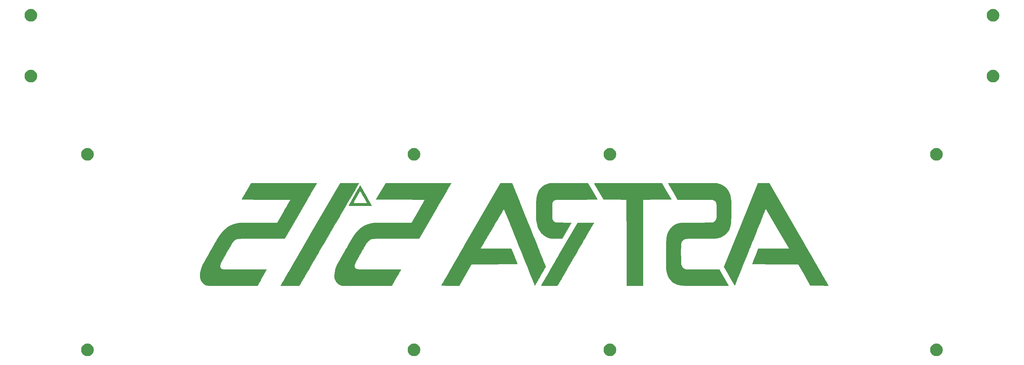
<source format=gbs>
G04 #@! TF.GenerationSoftware,KiCad,Pcbnew,(5.1.5)-2*
G04 #@! TF.CreationDate,2020-10-19T23:10:20+09:00*
G04 #@! TF.ProjectId,astra515_bottom,61737472-6135-4313-955f-626f74746f6d,rev?*
G04 #@! TF.SameCoordinates,Original*
G04 #@! TF.FileFunction,Soldermask,Bot*
G04 #@! TF.FilePolarity,Negative*
%FSLAX46Y46*%
G04 Gerber Fmt 4.6, Leading zero omitted, Abs format (unit mm)*
G04 Created by KiCad (PCBNEW (5.1.5)-2) date 2020-10-19 23:10:20*
%MOMM*%
%LPD*%
G04 APERTURE LIST*
%ADD10C,0.010000*%
%ADD11C,0.100000*%
G04 APERTURE END LIST*
D10*
G36*
X150598960Y-104361566D02*
G01*
X150573340Y-104403522D01*
X150510226Y-104512494D01*
X150413478Y-104681617D01*
X150286957Y-104904028D01*
X150134524Y-105172864D01*
X149960040Y-105481261D01*
X149767366Y-105822354D01*
X149560364Y-106189281D01*
X149342893Y-106575177D01*
X149118815Y-106973179D01*
X148891992Y-107376423D01*
X148666283Y-107778045D01*
X148445550Y-108171182D01*
X148233654Y-108548970D01*
X148034456Y-108904545D01*
X147851817Y-109231044D01*
X147689598Y-109521602D01*
X147551659Y-109769357D01*
X147441862Y-109967444D01*
X147364068Y-110108999D01*
X147324247Y-110183083D01*
X147274688Y-110278333D01*
X150620511Y-110278333D01*
X151144494Y-110277969D01*
X151643287Y-110276914D01*
X152110514Y-110275225D01*
X152539802Y-110272958D01*
X152924775Y-110270170D01*
X153259056Y-110266915D01*
X153536273Y-110263251D01*
X153750048Y-110259234D01*
X153894008Y-110254920D01*
X153961777Y-110250366D01*
X153966333Y-110248822D01*
X153946092Y-110208173D01*
X153887441Y-110099328D01*
X153793489Y-109927879D01*
X153667344Y-109699419D01*
X153550501Y-109488751D01*
X152654000Y-109488751D01*
X152654000Y-109488778D01*
X152613030Y-109494278D01*
X152495572Y-109499413D01*
X152309804Y-109504071D01*
X152063905Y-109508141D01*
X151766052Y-109511514D01*
X151424425Y-109514076D01*
X151047201Y-109515719D01*
X150642558Y-109516331D01*
X150620913Y-109516333D01*
X148587826Y-109516333D01*
X148651999Y-109392235D01*
X148694575Y-109313122D01*
X148771188Y-109174092D01*
X148876835Y-108984025D01*
X149006508Y-108751802D01*
X149155203Y-108486304D01*
X149317914Y-108196414D01*
X149489636Y-107891011D01*
X149665362Y-107578977D01*
X149840088Y-107269194D01*
X150008807Y-106970541D01*
X150166514Y-106691901D01*
X150308204Y-106442155D01*
X150428870Y-106230183D01*
X150523508Y-106064867D01*
X150587111Y-105955088D01*
X150614674Y-105909728D01*
X150615097Y-105909223D01*
X150639367Y-105940114D01*
X150700025Y-106036352D01*
X150792184Y-106189361D01*
X150910959Y-106390561D01*
X151051464Y-106631375D01*
X151208813Y-106903226D01*
X151378120Y-107197536D01*
X151554500Y-107505726D01*
X151733066Y-107819220D01*
X151908932Y-108129439D01*
X152077214Y-108427806D01*
X152233024Y-108705743D01*
X152371476Y-108954671D01*
X152487686Y-109166014D01*
X152576768Y-109331194D01*
X152633834Y-109441632D01*
X152654000Y-109488751D01*
X153550501Y-109488751D01*
X153512114Y-109419541D01*
X153330909Y-109093835D01*
X153126837Y-108727895D01*
X152903007Y-108327313D01*
X152662527Y-107897680D01*
X152408505Y-107444590D01*
X152306945Y-107263639D01*
X151991626Y-106702748D01*
X151714964Y-106212331D01*
X151474783Y-105788693D01*
X151268910Y-105428138D01*
X151095168Y-105126969D01*
X150951383Y-104881492D01*
X150835380Y-104688011D01*
X150744983Y-104542830D01*
X150678017Y-104442252D01*
X150632308Y-104382584D01*
X150605681Y-104360127D01*
X150598960Y-104361566D01*
G37*
X150598960Y-104361566D02*
X150573340Y-104403522D01*
X150510226Y-104512494D01*
X150413478Y-104681617D01*
X150286957Y-104904028D01*
X150134524Y-105172864D01*
X149960040Y-105481261D01*
X149767366Y-105822354D01*
X149560364Y-106189281D01*
X149342893Y-106575177D01*
X149118815Y-106973179D01*
X148891992Y-107376423D01*
X148666283Y-107778045D01*
X148445550Y-108171182D01*
X148233654Y-108548970D01*
X148034456Y-108904545D01*
X147851817Y-109231044D01*
X147689598Y-109521602D01*
X147551659Y-109769357D01*
X147441862Y-109967444D01*
X147364068Y-110108999D01*
X147324247Y-110183083D01*
X147274688Y-110278333D01*
X150620511Y-110278333D01*
X151144494Y-110277969D01*
X151643287Y-110276914D01*
X152110514Y-110275225D01*
X152539802Y-110272958D01*
X152924775Y-110270170D01*
X153259056Y-110266915D01*
X153536273Y-110263251D01*
X153750048Y-110259234D01*
X153894008Y-110254920D01*
X153961777Y-110250366D01*
X153966333Y-110248822D01*
X153946092Y-110208173D01*
X153887441Y-110099328D01*
X153793489Y-109927879D01*
X153667344Y-109699419D01*
X153550501Y-109488751D01*
X152654000Y-109488751D01*
X152654000Y-109488778D01*
X152613030Y-109494278D01*
X152495572Y-109499413D01*
X152309804Y-109504071D01*
X152063905Y-109508141D01*
X151766052Y-109511514D01*
X151424425Y-109514076D01*
X151047201Y-109515719D01*
X150642558Y-109516331D01*
X150620913Y-109516333D01*
X148587826Y-109516333D01*
X148651999Y-109392235D01*
X148694575Y-109313122D01*
X148771188Y-109174092D01*
X148876835Y-108984025D01*
X149006508Y-108751802D01*
X149155203Y-108486304D01*
X149317914Y-108196414D01*
X149489636Y-107891011D01*
X149665362Y-107578977D01*
X149840088Y-107269194D01*
X150008807Y-106970541D01*
X150166514Y-106691901D01*
X150308204Y-106442155D01*
X150428870Y-106230183D01*
X150523508Y-106064867D01*
X150587111Y-105955088D01*
X150614674Y-105909728D01*
X150615097Y-105909223D01*
X150639367Y-105940114D01*
X150700025Y-106036352D01*
X150792184Y-106189361D01*
X150910959Y-106390561D01*
X151051464Y-106631375D01*
X151208813Y-106903226D01*
X151378120Y-107197536D01*
X151554500Y-107505726D01*
X151733066Y-107819220D01*
X151908932Y-108129439D01*
X152077214Y-108427806D01*
X152233024Y-108705743D01*
X152371476Y-108954671D01*
X152487686Y-109166014D01*
X152576768Y-109331194D01*
X152633834Y-109441632D01*
X152654000Y-109488751D01*
X153550501Y-109488751D01*
X153512114Y-109419541D01*
X153330909Y-109093835D01*
X153126837Y-108727895D01*
X152903007Y-108327313D01*
X152662527Y-107897680D01*
X152408505Y-107444590D01*
X152306945Y-107263639D01*
X151991626Y-106702748D01*
X151714964Y-106212331D01*
X151474783Y-105788693D01*
X151268910Y-105428138D01*
X151095168Y-105126969D01*
X150951383Y-104881492D01*
X150835380Y-104688011D01*
X150744983Y-104542830D01*
X150678017Y-104442252D01*
X150632308Y-104382584D01*
X150605681Y-104360127D01*
X150598960Y-104361566D01*
G36*
X211497744Y-103684014D02*
G01*
X205930500Y-103695790D01*
X205525211Y-103807730D01*
X204917908Y-104011331D01*
X204372507Y-104270488D01*
X203887200Y-104587090D01*
X203460179Y-104963022D01*
X203089639Y-105400173D01*
X202773771Y-105900430D01*
X202510770Y-106465679D01*
X202298828Y-107097809D01*
X202268508Y-107209166D01*
X202217435Y-107405189D01*
X202173311Y-107583806D01*
X202135579Y-107752864D01*
X202103683Y-107920209D01*
X202077066Y-108093688D01*
X202055171Y-108281148D01*
X202037442Y-108490435D01*
X202023322Y-108729398D01*
X202012253Y-109005881D01*
X202003681Y-109327733D01*
X201997047Y-109702800D01*
X201991795Y-110138929D01*
X201987368Y-110643966D01*
X201983210Y-111225759D01*
X201983175Y-111230833D01*
X201979409Y-111936124D01*
X201978214Y-112557252D01*
X201979595Y-113094682D01*
X201983555Y-113548881D01*
X201990099Y-113920313D01*
X201999232Y-114209442D01*
X202010957Y-114416735D01*
X202013172Y-114443447D01*
X202113448Y-115218956D01*
X202273312Y-115936117D01*
X202494018Y-116597944D01*
X202776820Y-117207452D01*
X203122971Y-117767658D01*
X203533726Y-118281577D01*
X203669893Y-118427337D01*
X204123319Y-118847440D01*
X204597675Y-119189523D01*
X205102175Y-119459418D01*
X205598545Y-119648249D01*
X205777439Y-119702767D01*
X205943094Y-119747656D01*
X206105739Y-119783665D01*
X206275603Y-119811542D01*
X206462916Y-119832036D01*
X206677906Y-119845895D01*
X206930803Y-119853867D01*
X207231836Y-119856702D01*
X207591235Y-119855147D01*
X208019227Y-119849951D01*
X208296623Y-119845666D01*
X209604412Y-119824500D01*
X212255610Y-115252500D01*
X210024388Y-115230547D01*
X209528020Y-115225470D01*
X209108950Y-115220613D01*
X208759812Y-115215672D01*
X208473240Y-115210345D01*
X208241868Y-115204328D01*
X208058329Y-115197319D01*
X207915256Y-115189014D01*
X207805283Y-115179110D01*
X207721045Y-115167305D01*
X207655174Y-115153294D01*
X207600303Y-115136775D01*
X207581500Y-115130036D01*
X207274032Y-114979910D01*
X207027370Y-114777198D01*
X206834769Y-114514697D01*
X206689486Y-114185205D01*
X206685384Y-114173000D01*
X206667973Y-114115366D01*
X206653362Y-114050874D01*
X206641310Y-113971971D01*
X206631573Y-113871100D01*
X206623908Y-113740709D01*
X206618073Y-113573241D01*
X206613825Y-113361144D01*
X206610922Y-113096861D01*
X206609120Y-112772840D01*
X206608176Y-112381524D01*
X206607848Y-111915360D01*
X206607833Y-111760000D01*
X206607905Y-111274542D01*
X206608312Y-110866303D01*
X206609345Y-110527832D01*
X206611293Y-110251680D01*
X206614446Y-110030399D01*
X206619094Y-109856540D01*
X206625526Y-109722653D01*
X206634031Y-109621290D01*
X206644899Y-109545002D01*
X206658421Y-109486338D01*
X206674885Y-109437852D01*
X206694581Y-109392092D01*
X206700391Y-109379455D01*
X206860005Y-109097148D01*
X207056576Y-108874667D01*
X207306365Y-108696846D01*
X207565517Y-108572401D01*
X207793167Y-108479166D01*
X213808627Y-108458000D01*
X219824087Y-108436833D01*
X218444537Y-106054535D01*
X217064987Y-103672238D01*
X211497744Y-103684014D01*
G37*
X211497744Y-103684014D02*
X205930500Y-103695790D01*
X205525211Y-103807730D01*
X204917908Y-104011331D01*
X204372507Y-104270488D01*
X203887200Y-104587090D01*
X203460179Y-104963022D01*
X203089639Y-105400173D01*
X202773771Y-105900430D01*
X202510770Y-106465679D01*
X202298828Y-107097809D01*
X202268508Y-107209166D01*
X202217435Y-107405189D01*
X202173311Y-107583806D01*
X202135579Y-107752864D01*
X202103683Y-107920209D01*
X202077066Y-108093688D01*
X202055171Y-108281148D01*
X202037442Y-108490435D01*
X202023322Y-108729398D01*
X202012253Y-109005881D01*
X202003681Y-109327733D01*
X201997047Y-109702800D01*
X201991795Y-110138929D01*
X201987368Y-110643966D01*
X201983210Y-111225759D01*
X201983175Y-111230833D01*
X201979409Y-111936124D01*
X201978214Y-112557252D01*
X201979595Y-113094682D01*
X201983555Y-113548881D01*
X201990099Y-113920313D01*
X201999232Y-114209442D01*
X202010957Y-114416735D01*
X202013172Y-114443447D01*
X202113448Y-115218956D01*
X202273312Y-115936117D01*
X202494018Y-116597944D01*
X202776820Y-117207452D01*
X203122971Y-117767658D01*
X203533726Y-118281577D01*
X203669893Y-118427337D01*
X204123319Y-118847440D01*
X204597675Y-119189523D01*
X205102175Y-119459418D01*
X205598545Y-119648249D01*
X205777439Y-119702767D01*
X205943094Y-119747656D01*
X206105739Y-119783665D01*
X206275603Y-119811542D01*
X206462916Y-119832036D01*
X206677906Y-119845895D01*
X206930803Y-119853867D01*
X207231836Y-119856702D01*
X207591235Y-119855147D01*
X208019227Y-119849951D01*
X208296623Y-119845666D01*
X209604412Y-119824500D01*
X212255610Y-115252500D01*
X210024388Y-115230547D01*
X209528020Y-115225470D01*
X209108950Y-115220613D01*
X208759812Y-115215672D01*
X208473240Y-115210345D01*
X208241868Y-115204328D01*
X208058329Y-115197319D01*
X207915256Y-115189014D01*
X207805283Y-115179110D01*
X207721045Y-115167305D01*
X207655174Y-115153294D01*
X207600303Y-115136775D01*
X207581500Y-115130036D01*
X207274032Y-114979910D01*
X207027370Y-114777198D01*
X206834769Y-114514697D01*
X206689486Y-114185205D01*
X206685384Y-114173000D01*
X206667973Y-114115366D01*
X206653362Y-114050874D01*
X206641310Y-113971971D01*
X206631573Y-113871100D01*
X206623908Y-113740709D01*
X206618073Y-113573241D01*
X206613825Y-113361144D01*
X206610922Y-113096861D01*
X206609120Y-112772840D01*
X206608176Y-112381524D01*
X206607848Y-111915360D01*
X206607833Y-111760000D01*
X206607905Y-111274542D01*
X206608312Y-110866303D01*
X206609345Y-110527832D01*
X206611293Y-110251680D01*
X206614446Y-110030399D01*
X206619094Y-109856540D01*
X206625526Y-109722653D01*
X206634031Y-109621290D01*
X206644899Y-109545002D01*
X206658421Y-109486338D01*
X206674885Y-109437852D01*
X206694581Y-109392092D01*
X206700391Y-109379455D01*
X206860005Y-109097148D01*
X207056576Y-108874667D01*
X207306365Y-108696846D01*
X207565517Y-108572401D01*
X207793167Y-108479166D01*
X213808627Y-108458000D01*
X219824087Y-108436833D01*
X218444537Y-106054535D01*
X217064987Y-103672238D01*
X211497744Y-103684014D01*
G36*
X193789665Y-103639411D02*
G01*
X193369672Y-103641313D01*
X193242426Y-103642107D01*
X191549276Y-103653166D01*
X182954915Y-118575666D01*
X182354447Y-119618308D01*
X181764683Y-120642448D01*
X181187029Y-121645640D01*
X180622894Y-122625437D01*
X180073684Y-123579393D01*
X179540807Y-124505061D01*
X179025670Y-125399996D01*
X178529680Y-126261750D01*
X178054246Y-127087878D01*
X177600773Y-127875932D01*
X177170669Y-128623467D01*
X176765342Y-129328037D01*
X176386200Y-129987193D01*
X176034648Y-130598492D01*
X175712096Y-131159485D01*
X175419949Y-131667727D01*
X175159615Y-132120771D01*
X174932503Y-132516171D01*
X174740018Y-132851480D01*
X174583568Y-133124252D01*
X174464561Y-133332041D01*
X174384404Y-133472400D01*
X174344504Y-133542883D01*
X174340081Y-133551083D01*
X174351469Y-133562296D01*
X174398422Y-133571901D01*
X174486134Y-133580002D01*
X174619803Y-133586703D01*
X174804622Y-133592109D01*
X175045787Y-133596325D01*
X175348493Y-133599455D01*
X175717935Y-133601603D01*
X176159308Y-133602874D01*
X176677808Y-133603374D01*
X176938221Y-133603374D01*
X179556833Y-133602749D01*
X181319823Y-130481291D01*
X183082812Y-127359833D01*
X189775909Y-127338666D01*
X190521857Y-127336149D01*
X191244601Y-127333402D01*
X191939623Y-127330455D01*
X192602408Y-127327341D01*
X193228437Y-127324090D01*
X193813194Y-127320733D01*
X194352162Y-127317304D01*
X194840824Y-127313831D01*
X195274664Y-127310348D01*
X195649164Y-127306885D01*
X195959807Y-127303474D01*
X196202076Y-127300146D01*
X196371455Y-127296933D01*
X196463427Y-127293866D01*
X196479586Y-127292088D01*
X196466287Y-127249181D01*
X196424239Y-127134782D01*
X196356205Y-126955983D01*
X196264950Y-126719877D01*
X196153237Y-126433554D01*
X196023830Y-126104108D01*
X195879495Y-125738629D01*
X195722994Y-125344209D01*
X195601167Y-125038353D01*
X194712167Y-122810029D01*
X190214250Y-122809514D01*
X189604899Y-122809267D01*
X189019861Y-122808685D01*
X188464635Y-122807790D01*
X187944719Y-122806608D01*
X187465611Y-122805163D01*
X187032810Y-122803479D01*
X186651814Y-122801579D01*
X186328122Y-122799488D01*
X186067231Y-122797231D01*
X185874642Y-122794831D01*
X185755851Y-122792313D01*
X185716333Y-122789762D01*
X185737441Y-122750986D01*
X185798898Y-122644104D01*
X185897904Y-122473855D01*
X186031660Y-122244979D01*
X186197365Y-121962218D01*
X186392220Y-121630310D01*
X186613425Y-121253996D01*
X186858180Y-120838016D01*
X187123686Y-120387110D01*
X187407143Y-119906019D01*
X187705750Y-119399481D01*
X188016708Y-118872237D01*
X188337218Y-118329028D01*
X188664479Y-117774593D01*
X188995692Y-117213673D01*
X189328057Y-116651007D01*
X189658774Y-116091335D01*
X189985043Y-115539398D01*
X190304065Y-114999936D01*
X190613040Y-114477689D01*
X190909167Y-113977396D01*
X191189648Y-113503799D01*
X191451682Y-113061636D01*
X191692469Y-112655649D01*
X191909211Y-112290576D01*
X192099106Y-111971159D01*
X192259355Y-111702137D01*
X192387159Y-111488251D01*
X192479718Y-111334240D01*
X192534231Y-111244844D01*
X192548293Y-111223209D01*
X192561566Y-111238595D01*
X192591577Y-111296883D01*
X192639072Y-111399909D01*
X192704799Y-111549510D01*
X192789504Y-111747520D01*
X192893935Y-111995776D01*
X193018838Y-112296114D01*
X193164960Y-112650370D01*
X193333050Y-113060379D01*
X193523852Y-113527977D01*
X193738116Y-114055000D01*
X193976587Y-114643283D01*
X194240012Y-115294664D01*
X194529139Y-116010977D01*
X194844715Y-116794058D01*
X195187486Y-117645744D01*
X195558200Y-118567869D01*
X195957604Y-119562271D01*
X196386444Y-120630784D01*
X196845468Y-121775244D01*
X197078655Y-122356876D01*
X197452543Y-123289451D01*
X197818354Y-124201636D01*
X198174829Y-125090302D01*
X198520709Y-125952318D01*
X198854735Y-126784554D01*
X199175649Y-127583879D01*
X199482191Y-128347165D01*
X199773103Y-129071280D01*
X200047127Y-129753094D01*
X200303003Y-130389477D01*
X200539472Y-130977298D01*
X200755276Y-131513428D01*
X200949157Y-131994737D01*
X201119855Y-132418094D01*
X201266111Y-132780368D01*
X201386668Y-133078431D01*
X201480265Y-133309150D01*
X201545644Y-133469397D01*
X201581547Y-133556041D01*
X201588406Y-133571384D01*
X201613101Y-133540572D01*
X201676236Y-133441733D01*
X201774505Y-133280498D01*
X201904604Y-133062501D01*
X202063230Y-132793374D01*
X202247077Y-132478751D01*
X202452841Y-132124265D01*
X202677219Y-131735549D01*
X202916905Y-131318234D01*
X203168596Y-130877956D01*
X203176557Y-130863998D01*
X203428640Y-130421332D01*
X203668065Y-129999683D01*
X203891569Y-129604870D01*
X204095890Y-129242714D01*
X204277765Y-128919036D01*
X204433930Y-128639657D01*
X204561124Y-128410398D01*
X204656084Y-128237079D01*
X204715546Y-128125522D01*
X204736249Y-128081547D01*
X204736249Y-128081447D01*
X204720516Y-128039089D01*
X204674421Y-127921174D01*
X204599165Y-127730706D01*
X204495952Y-127470690D01*
X204365984Y-127144130D01*
X204210463Y-126754032D01*
X204030591Y-126303401D01*
X203827573Y-125795241D01*
X203602609Y-125232558D01*
X203356902Y-124618355D01*
X203091655Y-123955638D01*
X202808071Y-123247412D01*
X202507351Y-122496682D01*
X202190699Y-121706452D01*
X201859316Y-120879728D01*
X201514406Y-120019513D01*
X201157171Y-119128814D01*
X200788813Y-118210635D01*
X200410536Y-117267980D01*
X200023540Y-116303855D01*
X199856386Y-115887500D01*
X199465929Y-114914986D01*
X199083558Y-113962611D01*
X198710481Y-113033386D01*
X198347907Y-112130316D01*
X197997041Y-111256411D01*
X197659093Y-110414680D01*
X197335271Y-109608130D01*
X197026781Y-108839769D01*
X196734832Y-108112607D01*
X196460632Y-107429650D01*
X196205388Y-106793909D01*
X195970309Y-106208390D01*
X195756601Y-105676102D01*
X195565474Y-105200054D01*
X195398134Y-104783254D01*
X195255789Y-104428710D01*
X195139648Y-104139430D01*
X195050918Y-103918423D01*
X194990806Y-103768697D01*
X194960521Y-103693260D01*
X194956981Y-103684440D01*
X194934453Y-103670628D01*
X194874727Y-103659545D01*
X194771275Y-103651028D01*
X194617571Y-103644918D01*
X194407086Y-103641052D01*
X194133293Y-103639270D01*
X193789665Y-103639411D01*
G37*
X193789665Y-103639411D02*
X193369672Y-103641313D01*
X193242426Y-103642107D01*
X191549276Y-103653166D01*
X182954915Y-118575666D01*
X182354447Y-119618308D01*
X181764683Y-120642448D01*
X181187029Y-121645640D01*
X180622894Y-122625437D01*
X180073684Y-123579393D01*
X179540807Y-124505061D01*
X179025670Y-125399996D01*
X178529680Y-126261750D01*
X178054246Y-127087878D01*
X177600773Y-127875932D01*
X177170669Y-128623467D01*
X176765342Y-129328037D01*
X176386200Y-129987193D01*
X176034648Y-130598492D01*
X175712096Y-131159485D01*
X175419949Y-131667727D01*
X175159615Y-132120771D01*
X174932503Y-132516171D01*
X174740018Y-132851480D01*
X174583568Y-133124252D01*
X174464561Y-133332041D01*
X174384404Y-133472400D01*
X174344504Y-133542883D01*
X174340081Y-133551083D01*
X174351469Y-133562296D01*
X174398422Y-133571901D01*
X174486134Y-133580002D01*
X174619803Y-133586703D01*
X174804622Y-133592109D01*
X175045787Y-133596325D01*
X175348493Y-133599455D01*
X175717935Y-133601603D01*
X176159308Y-133602874D01*
X176677808Y-133603374D01*
X176938221Y-133603374D01*
X179556833Y-133602749D01*
X181319823Y-130481291D01*
X183082812Y-127359833D01*
X189775909Y-127338666D01*
X190521857Y-127336149D01*
X191244601Y-127333402D01*
X191939623Y-127330455D01*
X192602408Y-127327341D01*
X193228437Y-127324090D01*
X193813194Y-127320733D01*
X194352162Y-127317304D01*
X194840824Y-127313831D01*
X195274664Y-127310348D01*
X195649164Y-127306885D01*
X195959807Y-127303474D01*
X196202076Y-127300146D01*
X196371455Y-127296933D01*
X196463427Y-127293866D01*
X196479586Y-127292088D01*
X196466287Y-127249181D01*
X196424239Y-127134782D01*
X196356205Y-126955983D01*
X196264950Y-126719877D01*
X196153237Y-126433554D01*
X196023830Y-126104108D01*
X195879495Y-125738629D01*
X195722994Y-125344209D01*
X195601167Y-125038353D01*
X194712167Y-122810029D01*
X190214250Y-122809514D01*
X189604899Y-122809267D01*
X189019861Y-122808685D01*
X188464635Y-122807790D01*
X187944719Y-122806608D01*
X187465611Y-122805163D01*
X187032810Y-122803479D01*
X186651814Y-122801579D01*
X186328122Y-122799488D01*
X186067231Y-122797231D01*
X185874642Y-122794831D01*
X185755851Y-122792313D01*
X185716333Y-122789762D01*
X185737441Y-122750986D01*
X185798898Y-122644104D01*
X185897904Y-122473855D01*
X186031660Y-122244979D01*
X186197365Y-121962218D01*
X186392220Y-121630310D01*
X186613425Y-121253996D01*
X186858180Y-120838016D01*
X187123686Y-120387110D01*
X187407143Y-119906019D01*
X187705750Y-119399481D01*
X188016708Y-118872237D01*
X188337218Y-118329028D01*
X188664479Y-117774593D01*
X188995692Y-117213673D01*
X189328057Y-116651007D01*
X189658774Y-116091335D01*
X189985043Y-115539398D01*
X190304065Y-114999936D01*
X190613040Y-114477689D01*
X190909167Y-113977396D01*
X191189648Y-113503799D01*
X191451682Y-113061636D01*
X191692469Y-112655649D01*
X191909211Y-112290576D01*
X192099106Y-111971159D01*
X192259355Y-111702137D01*
X192387159Y-111488251D01*
X192479718Y-111334240D01*
X192534231Y-111244844D01*
X192548293Y-111223209D01*
X192561566Y-111238595D01*
X192591577Y-111296883D01*
X192639072Y-111399909D01*
X192704799Y-111549510D01*
X192789504Y-111747520D01*
X192893935Y-111995776D01*
X193018838Y-112296114D01*
X193164960Y-112650370D01*
X193333050Y-113060379D01*
X193523852Y-113527977D01*
X193738116Y-114055000D01*
X193976587Y-114643283D01*
X194240012Y-115294664D01*
X194529139Y-116010977D01*
X194844715Y-116794058D01*
X195187486Y-117645744D01*
X195558200Y-118567869D01*
X195957604Y-119562271D01*
X196386444Y-120630784D01*
X196845468Y-121775244D01*
X197078655Y-122356876D01*
X197452543Y-123289451D01*
X197818354Y-124201636D01*
X198174829Y-125090302D01*
X198520709Y-125952318D01*
X198854735Y-126784554D01*
X199175649Y-127583879D01*
X199482191Y-128347165D01*
X199773103Y-129071280D01*
X200047127Y-129753094D01*
X200303003Y-130389477D01*
X200539472Y-130977298D01*
X200755276Y-131513428D01*
X200949157Y-131994737D01*
X201119855Y-132418094D01*
X201266111Y-132780368D01*
X201386668Y-133078431D01*
X201480265Y-133309150D01*
X201545644Y-133469397D01*
X201581547Y-133556041D01*
X201588406Y-133571384D01*
X201613101Y-133540572D01*
X201676236Y-133441733D01*
X201774505Y-133280498D01*
X201904604Y-133062501D01*
X202063230Y-132793374D01*
X202247077Y-132478751D01*
X202452841Y-132124265D01*
X202677219Y-131735549D01*
X202916905Y-131318234D01*
X203168596Y-130877956D01*
X203176557Y-130863998D01*
X203428640Y-130421332D01*
X203668065Y-129999683D01*
X203891569Y-129604870D01*
X204095890Y-129242714D01*
X204277765Y-128919036D01*
X204433930Y-128639657D01*
X204561124Y-128410398D01*
X204656084Y-128237079D01*
X204715546Y-128125522D01*
X204736249Y-128081547D01*
X204736249Y-128081447D01*
X204720516Y-128039089D01*
X204674421Y-127921174D01*
X204599165Y-127730706D01*
X204495952Y-127470690D01*
X204365984Y-127144130D01*
X204210463Y-126754032D01*
X204030591Y-126303401D01*
X203827573Y-125795241D01*
X203602609Y-125232558D01*
X203356902Y-124618355D01*
X203091655Y-123955638D01*
X202808071Y-123247412D01*
X202507351Y-122496682D01*
X202190699Y-121706452D01*
X201859316Y-120879728D01*
X201514406Y-120019513D01*
X201157171Y-119128814D01*
X200788813Y-118210635D01*
X200410536Y-117267980D01*
X200023540Y-116303855D01*
X199856386Y-115887500D01*
X199465929Y-114914986D01*
X199083558Y-113962611D01*
X198710481Y-113033386D01*
X198347907Y-112130316D01*
X197997041Y-111256411D01*
X197659093Y-110414680D01*
X197335271Y-109608130D01*
X197026781Y-108839769D01*
X196734832Y-108112607D01*
X196460632Y-107429650D01*
X196205388Y-106793909D01*
X195970309Y-106208390D01*
X195756601Y-105676102D01*
X195565474Y-105200054D01*
X195398134Y-104783254D01*
X195255789Y-104428710D01*
X195139648Y-104139430D01*
X195050918Y-103918423D01*
X194990806Y-103768697D01*
X194960521Y-103693260D01*
X194956981Y-103684440D01*
X194934453Y-103670628D01*
X194874727Y-103659545D01*
X194771275Y-103651028D01*
X194617571Y-103644918D01*
X194407086Y-103641052D01*
X194133293Y-103639270D01*
X193789665Y-103639411D01*
G36*
X261709594Y-115865572D02*
G01*
X256740354Y-128098271D01*
X258276634Y-130798218D01*
X258527326Y-131238395D01*
X258766540Y-131657639D01*
X258990881Y-132050049D01*
X259196955Y-132409723D01*
X259381366Y-132730757D01*
X259540719Y-133007250D01*
X259671619Y-133233301D01*
X259770671Y-133403006D01*
X259834479Y-133510463D01*
X259859208Y-133549354D01*
X259872666Y-133533554D01*
X259903341Y-133473690D01*
X259951965Y-133367959D01*
X260019271Y-133214563D01*
X260105993Y-133011700D01*
X260212863Y-132757571D01*
X260340616Y-132450376D01*
X260489984Y-132088314D01*
X260661700Y-131669585D01*
X260856498Y-131192389D01*
X261075110Y-130654925D01*
X261318271Y-130055395D01*
X261586712Y-129391996D01*
X261881168Y-128662930D01*
X262202371Y-127866396D01*
X262551055Y-127000593D01*
X262927952Y-126063722D01*
X263333797Y-125053982D01*
X263769321Y-123969574D01*
X264235259Y-122808697D01*
X264341991Y-122542687D01*
X264714680Y-121613831D01*
X265079569Y-120704540D01*
X265435373Y-119818013D01*
X265780807Y-118957445D01*
X266114587Y-118126033D01*
X266435428Y-117326975D01*
X266742045Y-116563467D01*
X267033153Y-115838707D01*
X267307469Y-115155891D01*
X267563706Y-114518216D01*
X267800581Y-113928879D01*
X268016809Y-113391078D01*
X268211104Y-112908009D01*
X268382183Y-112482868D01*
X268528761Y-112118854D01*
X268649552Y-111819162D01*
X268743272Y-111586991D01*
X268808637Y-111425536D01*
X268844362Y-111337995D01*
X268850491Y-111323422D01*
X268922500Y-111162012D01*
X272355064Y-116974922D01*
X275787628Y-122787833D01*
X271280632Y-122809000D01*
X266773636Y-122830166D01*
X265890152Y-125050332D01*
X265726865Y-125461252D01*
X265573358Y-125848702D01*
X265432430Y-126205533D01*
X265306885Y-126524598D01*
X265199523Y-126798747D01*
X265113145Y-127020832D01*
X265050555Y-127183706D01*
X265014553Y-127280218D01*
X265006667Y-127304582D01*
X265048249Y-127308383D01*
X265169993Y-127312077D01*
X265367393Y-127315639D01*
X265635943Y-127319045D01*
X265971138Y-127322274D01*
X266368473Y-127325300D01*
X266823443Y-127328100D01*
X267331542Y-127330651D01*
X267888265Y-127332930D01*
X268489106Y-127334913D01*
X269129560Y-127336575D01*
X269805122Y-127337895D01*
X270511286Y-127338848D01*
X271243547Y-127339410D01*
X271705917Y-127339552D01*
X278405167Y-127340438D01*
X280166615Y-130461635D01*
X281928064Y-133582833D01*
X284559952Y-133593737D01*
X287191839Y-133604641D01*
X287128709Y-133487904D01*
X287103380Y-133443373D01*
X287037257Y-133327916D01*
X286931758Y-133144000D01*
X286788301Y-132894092D01*
X286608304Y-132580660D01*
X286393185Y-132206171D01*
X286144364Y-131773092D01*
X285863257Y-131283890D01*
X285551284Y-130741031D01*
X285209862Y-130146985D01*
X284840409Y-129504217D01*
X284444345Y-128815194D01*
X284023086Y-128082385D01*
X283578051Y-127308255D01*
X283110659Y-126495273D01*
X282622327Y-125645905D01*
X282114473Y-124762619D01*
X281588517Y-123847881D01*
X281045876Y-122904159D01*
X280487968Y-121933921D01*
X279916212Y-120939633D01*
X279332025Y-119923762D01*
X278736827Y-118888775D01*
X278520242Y-118512166D01*
X269974905Y-103653166D01*
X268326869Y-103643019D01*
X266678833Y-103632873D01*
X261709594Y-115865572D01*
G37*
X261709594Y-115865572D02*
X256740354Y-128098271D01*
X258276634Y-130798218D01*
X258527326Y-131238395D01*
X258766540Y-131657639D01*
X258990881Y-132050049D01*
X259196955Y-132409723D01*
X259381366Y-132730757D01*
X259540719Y-133007250D01*
X259671619Y-133233301D01*
X259770671Y-133403006D01*
X259834479Y-133510463D01*
X259859208Y-133549354D01*
X259872666Y-133533554D01*
X259903341Y-133473690D01*
X259951965Y-133367959D01*
X260019271Y-133214563D01*
X260105993Y-133011700D01*
X260212863Y-132757571D01*
X260340616Y-132450376D01*
X260489984Y-132088314D01*
X260661700Y-131669585D01*
X260856498Y-131192389D01*
X261075110Y-130654925D01*
X261318271Y-130055395D01*
X261586712Y-129391996D01*
X261881168Y-128662930D01*
X262202371Y-127866396D01*
X262551055Y-127000593D01*
X262927952Y-126063722D01*
X263333797Y-125053982D01*
X263769321Y-123969574D01*
X264235259Y-122808697D01*
X264341991Y-122542687D01*
X264714680Y-121613831D01*
X265079569Y-120704540D01*
X265435373Y-119818013D01*
X265780807Y-118957445D01*
X266114587Y-118126033D01*
X266435428Y-117326975D01*
X266742045Y-116563467D01*
X267033153Y-115838707D01*
X267307469Y-115155891D01*
X267563706Y-114518216D01*
X267800581Y-113928879D01*
X268016809Y-113391078D01*
X268211104Y-112908009D01*
X268382183Y-112482868D01*
X268528761Y-112118854D01*
X268649552Y-111819162D01*
X268743272Y-111586991D01*
X268808637Y-111425536D01*
X268844362Y-111337995D01*
X268850491Y-111323422D01*
X268922500Y-111162012D01*
X272355064Y-116974922D01*
X275787628Y-122787833D01*
X271280632Y-122809000D01*
X266773636Y-122830166D01*
X265890152Y-125050332D01*
X265726865Y-125461252D01*
X265573358Y-125848702D01*
X265432430Y-126205533D01*
X265306885Y-126524598D01*
X265199523Y-126798747D01*
X265113145Y-127020832D01*
X265050555Y-127183706D01*
X265014553Y-127280218D01*
X265006667Y-127304582D01*
X265048249Y-127308383D01*
X265169993Y-127312077D01*
X265367393Y-127315639D01*
X265635943Y-127319045D01*
X265971138Y-127322274D01*
X266368473Y-127325300D01*
X266823443Y-127328100D01*
X267331542Y-127330651D01*
X267888265Y-127332930D01*
X268489106Y-127334913D01*
X269129560Y-127336575D01*
X269805122Y-127337895D01*
X270511286Y-127338848D01*
X271243547Y-127339410D01*
X271705917Y-127339552D01*
X278405167Y-127340438D01*
X280166615Y-130461635D01*
X281928064Y-133582833D01*
X284559952Y-133593737D01*
X287191839Y-133604641D01*
X287128709Y-133487904D01*
X287103380Y-133443373D01*
X287037257Y-133327916D01*
X286931758Y-133144000D01*
X286788301Y-132894092D01*
X286608304Y-132580660D01*
X286393185Y-132206171D01*
X286144364Y-131773092D01*
X285863257Y-131283890D01*
X285551284Y-130741031D01*
X285209862Y-130146985D01*
X284840409Y-129504217D01*
X284444345Y-128815194D01*
X284023086Y-128082385D01*
X283578051Y-127308255D01*
X283110659Y-126495273D01*
X282622327Y-125645905D01*
X282114473Y-124762619D01*
X281588517Y-123847881D01*
X281045876Y-122904159D01*
X280487968Y-121933921D01*
X279916212Y-120939633D01*
X279332025Y-119923762D01*
X278736827Y-118888775D01*
X278520242Y-118512166D01*
X269974905Y-103653166D01*
X268326869Y-103643019D01*
X266678833Y-103632873D01*
X261709594Y-115865572D01*
G36*
X118856317Y-103653166D02*
G01*
X117484119Y-106002666D01*
X117245530Y-106411428D01*
X117019447Y-106799237D01*
X116809519Y-107159806D01*
X116619391Y-107486851D01*
X116452709Y-107774085D01*
X116313120Y-108015224D01*
X116204271Y-108203981D01*
X116129807Y-108334070D01*
X116093375Y-108399208D01*
X116090432Y-108405083D01*
X116102503Y-108412077D01*
X116146792Y-108418466D01*
X116226509Y-108424274D01*
X116344864Y-108429524D01*
X116505069Y-108434242D01*
X116710333Y-108438451D01*
X116963868Y-108442174D01*
X117268885Y-108445436D01*
X117628593Y-108448261D01*
X118046204Y-108450672D01*
X118524929Y-108452694D01*
X119067978Y-108454350D01*
X119678562Y-108455665D01*
X120359892Y-108456662D01*
X121115178Y-108457366D01*
X121947632Y-108457799D01*
X122860463Y-108457987D01*
X123185471Y-108458000D01*
X123954792Y-108458136D01*
X124700928Y-108458536D01*
X125419506Y-108459186D01*
X126106155Y-108460071D01*
X126756504Y-108461176D01*
X127366183Y-108462488D01*
X127930818Y-108463991D01*
X128446040Y-108465672D01*
X128907477Y-108467516D01*
X129310758Y-108469509D01*
X129651511Y-108471637D01*
X129925366Y-108473885D01*
X130127950Y-108476238D01*
X130254893Y-108478683D01*
X130301823Y-108481205D01*
X130302000Y-108481370D01*
X130281523Y-108520754D01*
X130222050Y-108628494D01*
X130126519Y-108799394D01*
X129997867Y-109028258D01*
X129839032Y-109309889D01*
X129652952Y-109639091D01*
X129442563Y-110010667D01*
X129210804Y-110419421D01*
X128960612Y-110860157D01*
X128694925Y-111327678D01*
X128416680Y-111816787D01*
X128387508Y-111868037D01*
X126473016Y-115231333D01*
X121216493Y-115231333D01*
X120402940Y-115231428D01*
X119669157Y-115231799D01*
X119010247Y-115232575D01*
X118421313Y-115233888D01*
X117897460Y-115235865D01*
X117433791Y-115238638D01*
X117025409Y-115242336D01*
X116667417Y-115247088D01*
X116354919Y-115253025D01*
X116083019Y-115260275D01*
X115846819Y-115268970D01*
X115641423Y-115279238D01*
X115461936Y-115291210D01*
X115303459Y-115305014D01*
X115161096Y-115320782D01*
X115029952Y-115338642D01*
X114905128Y-115358725D01*
X114781730Y-115381160D01*
X114659833Y-115405076D01*
X113954859Y-115583755D01*
X113279298Y-115831606D01*
X112630364Y-116150662D01*
X112005268Y-116542956D01*
X111401222Y-117010520D01*
X110815438Y-117555386D01*
X110245128Y-118179587D01*
X109687503Y-118885155D01*
X109468169Y-119189500D01*
X109415108Y-119272029D01*
X109323915Y-119422128D01*
X109198107Y-119633650D01*
X109041198Y-119900449D01*
X108856706Y-120216381D01*
X108648146Y-120575299D01*
X108419035Y-120971057D01*
X108172889Y-121397510D01*
X107913224Y-121848512D01*
X107643555Y-122317917D01*
X107367400Y-122799580D01*
X107088274Y-123287355D01*
X106809694Y-123775096D01*
X106535175Y-124256657D01*
X106268235Y-124725893D01*
X106012388Y-125176658D01*
X105771151Y-125602806D01*
X105548040Y-125998192D01*
X105346571Y-126356669D01*
X105170261Y-126672093D01*
X105022626Y-126938317D01*
X104907181Y-127149195D01*
X104827443Y-127298583D01*
X104815408Y-127321871D01*
X104495715Y-128005839D01*
X104250529Y-128668232D01*
X104076705Y-129321216D01*
X103971096Y-129976956D01*
X103930558Y-130647617D01*
X103929895Y-130746500D01*
X103944591Y-131141787D01*
X103992739Y-131484650D01*
X104080179Y-131802699D01*
X104212748Y-132123546D01*
X104227634Y-132154622D01*
X104424297Y-132486009D01*
X104678625Y-132800045D01*
X104971401Y-133077048D01*
X105283405Y-133297337D01*
X105410000Y-133365512D01*
X105479595Y-133400244D01*
X105542295Y-133431978D01*
X105602007Y-133460852D01*
X105662637Y-133486999D01*
X105728091Y-133510555D01*
X105802276Y-133531656D01*
X105889097Y-133550435D01*
X105992461Y-133567029D01*
X106116274Y-133581572D01*
X106264442Y-133594201D01*
X106440871Y-133605048D01*
X106649468Y-133614251D01*
X106894138Y-133621944D01*
X107178789Y-133628263D01*
X107507325Y-133633341D01*
X107883653Y-133637316D01*
X108311680Y-133640321D01*
X108795312Y-133642492D01*
X109338454Y-133643964D01*
X109945013Y-133644872D01*
X110618895Y-133645351D01*
X111364006Y-133645537D01*
X112184253Y-133645564D01*
X113083541Y-133645568D01*
X113505274Y-133645598D01*
X120690382Y-133646333D01*
X120751283Y-133551083D01*
X120782228Y-133497749D01*
X120850343Y-133376993D01*
X120951897Y-133195523D01*
X121083160Y-132960048D01*
X121240401Y-132677279D01*
X121419889Y-132353923D01*
X121617894Y-131996691D01*
X121830685Y-131612291D01*
X122054531Y-131207433D01*
X122063612Y-131191000D01*
X123315039Y-128926166D01*
X116997769Y-128905000D01*
X110680500Y-128883833D01*
X110398718Y-128788107D01*
X110146840Y-128674283D01*
X109963690Y-128523169D01*
X109844548Y-128326984D01*
X109784695Y-128077945D01*
X109779409Y-127768267D01*
X109779483Y-127767025D01*
X109819642Y-127467763D01*
X109910241Y-127184731D01*
X109925532Y-127148166D01*
X109969307Y-127058078D01*
X110051199Y-126901899D01*
X110167086Y-126686919D01*
X110312846Y-126420426D01*
X110484360Y-126109708D01*
X110677505Y-125762054D01*
X110888161Y-125384753D01*
X111112207Y-124985093D01*
X111345521Y-124570363D01*
X111583983Y-124147851D01*
X111823471Y-123724847D01*
X112059864Y-123308638D01*
X112289042Y-122906514D01*
X112506883Y-122525762D01*
X112709266Y-122173672D01*
X112892070Y-121857532D01*
X113051173Y-121584631D01*
X113182456Y-121362257D01*
X113281797Y-121197699D01*
X113345074Y-121098246D01*
X113351416Y-121089089D01*
X113670432Y-120709864D01*
X114046550Y-120388674D01*
X114469348Y-120132969D01*
X114928404Y-119950198D01*
X114956167Y-119941921D01*
X114993654Y-119932106D01*
X115038612Y-119923170D01*
X115095052Y-119915064D01*
X115166987Y-119907739D01*
X115258428Y-119901144D01*
X115373387Y-119895230D01*
X115515877Y-119889947D01*
X115689909Y-119885246D01*
X115899496Y-119881077D01*
X116148650Y-119877391D01*
X116441382Y-119874137D01*
X116781705Y-119871266D01*
X117173631Y-119868728D01*
X117621171Y-119866475D01*
X118128339Y-119864455D01*
X118699145Y-119862620D01*
X119337602Y-119860919D01*
X120047722Y-119859304D01*
X120833517Y-119857724D01*
X121698999Y-119856130D01*
X121920097Y-119855738D01*
X128630027Y-119843907D01*
X133201930Y-111942737D01*
X133640815Y-111184245D01*
X134069318Y-110443679D01*
X134485437Y-109724494D01*
X134887174Y-109030148D01*
X135272529Y-108364098D01*
X135639501Y-107729802D01*
X135986091Y-107130715D01*
X136310299Y-106570296D01*
X136610125Y-106052001D01*
X136883570Y-105579287D01*
X137128633Y-105155611D01*
X137343315Y-104784430D01*
X137525615Y-104469202D01*
X137673535Y-104213383D01*
X137785074Y-104020430D01*
X137858232Y-103893801D01*
X137891010Y-103836951D01*
X137891159Y-103836691D01*
X138008485Y-103631816D01*
X118856317Y-103653166D01*
G37*
X118856317Y-103653166D02*
X117484119Y-106002666D01*
X117245530Y-106411428D01*
X117019447Y-106799237D01*
X116809519Y-107159806D01*
X116619391Y-107486851D01*
X116452709Y-107774085D01*
X116313120Y-108015224D01*
X116204271Y-108203981D01*
X116129807Y-108334070D01*
X116093375Y-108399208D01*
X116090432Y-108405083D01*
X116102503Y-108412077D01*
X116146792Y-108418466D01*
X116226509Y-108424274D01*
X116344864Y-108429524D01*
X116505069Y-108434242D01*
X116710333Y-108438451D01*
X116963868Y-108442174D01*
X117268885Y-108445436D01*
X117628593Y-108448261D01*
X118046204Y-108450672D01*
X118524929Y-108452694D01*
X119067978Y-108454350D01*
X119678562Y-108455665D01*
X120359892Y-108456662D01*
X121115178Y-108457366D01*
X121947632Y-108457799D01*
X122860463Y-108457987D01*
X123185471Y-108458000D01*
X123954792Y-108458136D01*
X124700928Y-108458536D01*
X125419506Y-108459186D01*
X126106155Y-108460071D01*
X126756504Y-108461176D01*
X127366183Y-108462488D01*
X127930818Y-108463991D01*
X128446040Y-108465672D01*
X128907477Y-108467516D01*
X129310758Y-108469509D01*
X129651511Y-108471637D01*
X129925366Y-108473885D01*
X130127950Y-108476238D01*
X130254893Y-108478683D01*
X130301823Y-108481205D01*
X130302000Y-108481370D01*
X130281523Y-108520754D01*
X130222050Y-108628494D01*
X130126519Y-108799394D01*
X129997867Y-109028258D01*
X129839032Y-109309889D01*
X129652952Y-109639091D01*
X129442563Y-110010667D01*
X129210804Y-110419421D01*
X128960612Y-110860157D01*
X128694925Y-111327678D01*
X128416680Y-111816787D01*
X128387508Y-111868037D01*
X126473016Y-115231333D01*
X121216493Y-115231333D01*
X120402940Y-115231428D01*
X119669157Y-115231799D01*
X119010247Y-115232575D01*
X118421313Y-115233888D01*
X117897460Y-115235865D01*
X117433791Y-115238638D01*
X117025409Y-115242336D01*
X116667417Y-115247088D01*
X116354919Y-115253025D01*
X116083019Y-115260275D01*
X115846819Y-115268970D01*
X115641423Y-115279238D01*
X115461936Y-115291210D01*
X115303459Y-115305014D01*
X115161096Y-115320782D01*
X115029952Y-115338642D01*
X114905128Y-115358725D01*
X114781730Y-115381160D01*
X114659833Y-115405076D01*
X113954859Y-115583755D01*
X113279298Y-115831606D01*
X112630364Y-116150662D01*
X112005268Y-116542956D01*
X111401222Y-117010520D01*
X110815438Y-117555386D01*
X110245128Y-118179587D01*
X109687503Y-118885155D01*
X109468169Y-119189500D01*
X109415108Y-119272029D01*
X109323915Y-119422128D01*
X109198107Y-119633650D01*
X109041198Y-119900449D01*
X108856706Y-120216381D01*
X108648146Y-120575299D01*
X108419035Y-120971057D01*
X108172889Y-121397510D01*
X107913224Y-121848512D01*
X107643555Y-122317917D01*
X107367400Y-122799580D01*
X107088274Y-123287355D01*
X106809694Y-123775096D01*
X106535175Y-124256657D01*
X106268235Y-124725893D01*
X106012388Y-125176658D01*
X105771151Y-125602806D01*
X105548040Y-125998192D01*
X105346571Y-126356669D01*
X105170261Y-126672093D01*
X105022626Y-126938317D01*
X104907181Y-127149195D01*
X104827443Y-127298583D01*
X104815408Y-127321871D01*
X104495715Y-128005839D01*
X104250529Y-128668232D01*
X104076705Y-129321216D01*
X103971096Y-129976956D01*
X103930558Y-130647617D01*
X103929895Y-130746500D01*
X103944591Y-131141787D01*
X103992739Y-131484650D01*
X104080179Y-131802699D01*
X104212748Y-132123546D01*
X104227634Y-132154622D01*
X104424297Y-132486009D01*
X104678625Y-132800045D01*
X104971401Y-133077048D01*
X105283405Y-133297337D01*
X105410000Y-133365512D01*
X105479595Y-133400244D01*
X105542295Y-133431978D01*
X105602007Y-133460852D01*
X105662637Y-133486999D01*
X105728091Y-133510555D01*
X105802276Y-133531656D01*
X105889097Y-133550435D01*
X105992461Y-133567029D01*
X106116274Y-133581572D01*
X106264442Y-133594201D01*
X106440871Y-133605048D01*
X106649468Y-133614251D01*
X106894138Y-133621944D01*
X107178789Y-133628263D01*
X107507325Y-133633341D01*
X107883653Y-133637316D01*
X108311680Y-133640321D01*
X108795312Y-133642492D01*
X109338454Y-133643964D01*
X109945013Y-133644872D01*
X110618895Y-133645351D01*
X111364006Y-133645537D01*
X112184253Y-133645564D01*
X113083541Y-133645568D01*
X113505274Y-133645598D01*
X120690382Y-133646333D01*
X120751283Y-133551083D01*
X120782228Y-133497749D01*
X120850343Y-133376993D01*
X120951897Y-133195523D01*
X121083160Y-132960048D01*
X121240401Y-132677279D01*
X121419889Y-132353923D01*
X121617894Y-131996691D01*
X121830685Y-131612291D01*
X122054531Y-131207433D01*
X122063612Y-131191000D01*
X123315039Y-128926166D01*
X116997769Y-128905000D01*
X110680500Y-128883833D01*
X110398718Y-128788107D01*
X110146840Y-128674283D01*
X109963690Y-128523169D01*
X109844548Y-128326984D01*
X109784695Y-128077945D01*
X109779409Y-127768267D01*
X109779483Y-127767025D01*
X109819642Y-127467763D01*
X109910241Y-127184731D01*
X109925532Y-127148166D01*
X109969307Y-127058078D01*
X110051199Y-126901899D01*
X110167086Y-126686919D01*
X110312846Y-126420426D01*
X110484360Y-126109708D01*
X110677505Y-125762054D01*
X110888161Y-125384753D01*
X111112207Y-124985093D01*
X111345521Y-124570363D01*
X111583983Y-124147851D01*
X111823471Y-123724847D01*
X112059864Y-123308638D01*
X112289042Y-122906514D01*
X112506883Y-122525762D01*
X112709266Y-122173672D01*
X112892070Y-121857532D01*
X113051173Y-121584631D01*
X113182456Y-121362257D01*
X113281797Y-121197699D01*
X113345074Y-121098246D01*
X113351416Y-121089089D01*
X113670432Y-120709864D01*
X114046550Y-120388674D01*
X114469348Y-120132969D01*
X114928404Y-119950198D01*
X114956167Y-119941921D01*
X114993654Y-119932106D01*
X115038612Y-119923170D01*
X115095052Y-119915064D01*
X115166987Y-119907739D01*
X115258428Y-119901144D01*
X115373387Y-119895230D01*
X115515877Y-119889947D01*
X115689909Y-119885246D01*
X115899496Y-119881077D01*
X116148650Y-119877391D01*
X116441382Y-119874137D01*
X116781705Y-119871266D01*
X117173631Y-119868728D01*
X117621171Y-119866475D01*
X118128339Y-119864455D01*
X118699145Y-119862620D01*
X119337602Y-119860919D01*
X120047722Y-119859304D01*
X120833517Y-119857724D01*
X121698999Y-119856130D01*
X121920097Y-119855738D01*
X128630027Y-119843907D01*
X133201930Y-111942737D01*
X133640815Y-111184245D01*
X134069318Y-110443679D01*
X134485437Y-109724494D01*
X134887174Y-109030148D01*
X135272529Y-108364098D01*
X135639501Y-107729802D01*
X135986091Y-107130715D01*
X136310299Y-106570296D01*
X136610125Y-106052001D01*
X136883570Y-105579287D01*
X137128633Y-105155611D01*
X137343315Y-104784430D01*
X137525615Y-104469202D01*
X137673535Y-104213383D01*
X137785074Y-104020430D01*
X137858232Y-103893801D01*
X137891010Y-103836951D01*
X137891159Y-103836691D01*
X138008485Y-103631816D01*
X118856317Y-103653166D01*
G36*
X136144829Y-118607416D02*
G01*
X135539172Y-119650700D01*
X134944296Y-120675429D01*
X134361612Y-121679174D01*
X133792529Y-122659504D01*
X133238460Y-123613989D01*
X132700813Y-124540199D01*
X132181001Y-125435702D01*
X131680433Y-126298070D01*
X131200520Y-127124871D01*
X130742673Y-127913675D01*
X130308301Y-128662052D01*
X129898817Y-129367571D01*
X129515629Y-130027803D01*
X129160150Y-130640316D01*
X128833788Y-131202681D01*
X128537956Y-131712467D01*
X128274063Y-132167244D01*
X128043521Y-132564581D01*
X127847739Y-132902048D01*
X127688128Y-133177214D01*
X127566099Y-133387651D01*
X127483062Y-133530926D01*
X127440428Y-133604610D01*
X127434710Y-133614583D01*
X127472983Y-133620070D01*
X127588922Y-133625257D01*
X127775526Y-133630062D01*
X128025795Y-133634403D01*
X128332727Y-133638197D01*
X128689323Y-133641364D01*
X129088581Y-133643821D01*
X129523501Y-133645486D01*
X129987083Y-133646277D01*
X130148866Y-133646333D01*
X132879395Y-133646333D01*
X133108755Y-133254750D01*
X133205249Y-133089688D01*
X133339345Y-132859810D01*
X133509313Y-132568092D01*
X133713426Y-132217513D01*
X133949954Y-131811049D01*
X134217170Y-131351679D01*
X134513344Y-130842379D01*
X134836747Y-130286127D01*
X135185652Y-129685901D01*
X135558329Y-129044679D01*
X135953051Y-128365437D01*
X136368087Y-127651153D01*
X136801710Y-126904805D01*
X137252191Y-126129370D01*
X137717801Y-125327826D01*
X138196812Y-124503150D01*
X138687495Y-123658321D01*
X139188121Y-122796314D01*
X139696963Y-121920108D01*
X140212290Y-121032681D01*
X140732375Y-120137009D01*
X141255489Y-119236071D01*
X141779903Y-118332844D01*
X142303889Y-117430305D01*
X142825718Y-116531431D01*
X143343661Y-115639202D01*
X143855990Y-114756593D01*
X144360976Y-113886582D01*
X144856891Y-113032148D01*
X145342005Y-112196267D01*
X145814591Y-111381917D01*
X146272919Y-110592075D01*
X146715261Y-109829719D01*
X147139889Y-109097827D01*
X147545073Y-108399376D01*
X147929085Y-107737343D01*
X148290197Y-107114706D01*
X148626680Y-106534443D01*
X148936804Y-105999531D01*
X149218842Y-105512947D01*
X149471065Y-105077670D01*
X149691745Y-104696676D01*
X149879152Y-104372943D01*
X150031558Y-104109449D01*
X150147234Y-103909170D01*
X150224452Y-103775086D01*
X150261483Y-103710172D01*
X150264639Y-103704322D01*
X150266149Y-103689780D01*
X150254693Y-103677321D01*
X150224294Y-103666786D01*
X150168976Y-103658014D01*
X150082762Y-103650846D01*
X149959676Y-103645120D01*
X149793740Y-103640678D01*
X149578979Y-103637359D01*
X149309415Y-103635002D01*
X148979073Y-103633448D01*
X148581974Y-103632536D01*
X148112143Y-103632107D01*
X147565484Y-103632000D01*
X144838576Y-103632000D01*
X136144829Y-118607416D01*
G37*
X136144829Y-118607416D02*
X135539172Y-119650700D01*
X134944296Y-120675429D01*
X134361612Y-121679174D01*
X133792529Y-122659504D01*
X133238460Y-123613989D01*
X132700813Y-124540199D01*
X132181001Y-125435702D01*
X131680433Y-126298070D01*
X131200520Y-127124871D01*
X130742673Y-127913675D01*
X130308301Y-128662052D01*
X129898817Y-129367571D01*
X129515629Y-130027803D01*
X129160150Y-130640316D01*
X128833788Y-131202681D01*
X128537956Y-131712467D01*
X128274063Y-132167244D01*
X128043521Y-132564581D01*
X127847739Y-132902048D01*
X127688128Y-133177214D01*
X127566099Y-133387651D01*
X127483062Y-133530926D01*
X127440428Y-133604610D01*
X127434710Y-133614583D01*
X127472983Y-133620070D01*
X127588922Y-133625257D01*
X127775526Y-133630062D01*
X128025795Y-133634403D01*
X128332727Y-133638197D01*
X128689323Y-133641364D01*
X129088581Y-133643821D01*
X129523501Y-133645486D01*
X129987083Y-133646277D01*
X130148866Y-133646333D01*
X132879395Y-133646333D01*
X133108755Y-133254750D01*
X133205249Y-133089688D01*
X133339345Y-132859810D01*
X133509313Y-132568092D01*
X133713426Y-132217513D01*
X133949954Y-131811049D01*
X134217170Y-131351679D01*
X134513344Y-130842379D01*
X134836747Y-130286127D01*
X135185652Y-129685901D01*
X135558329Y-129044679D01*
X135953051Y-128365437D01*
X136368087Y-127651153D01*
X136801710Y-126904805D01*
X137252191Y-126129370D01*
X137717801Y-125327826D01*
X138196812Y-124503150D01*
X138687495Y-123658321D01*
X139188121Y-122796314D01*
X139696963Y-121920108D01*
X140212290Y-121032681D01*
X140732375Y-120137009D01*
X141255489Y-119236071D01*
X141779903Y-118332844D01*
X142303889Y-117430305D01*
X142825718Y-116531431D01*
X143343661Y-115639202D01*
X143855990Y-114756593D01*
X144360976Y-113886582D01*
X144856891Y-113032148D01*
X145342005Y-112196267D01*
X145814591Y-111381917D01*
X146272919Y-110592075D01*
X146715261Y-109829719D01*
X147139889Y-109097827D01*
X147545073Y-108399376D01*
X147929085Y-107737343D01*
X148290197Y-107114706D01*
X148626680Y-106534443D01*
X148936804Y-105999531D01*
X149218842Y-105512947D01*
X149471065Y-105077670D01*
X149691745Y-104696676D01*
X149879152Y-104372943D01*
X150031558Y-104109449D01*
X150147234Y-103909170D01*
X150224452Y-103775086D01*
X150261483Y-103710172D01*
X150264639Y-103704322D01*
X150266149Y-103689780D01*
X150254693Y-103677321D01*
X150224294Y-103666786D01*
X150168976Y-103658014D01*
X150082762Y-103650846D01*
X149959676Y-103645120D01*
X149793740Y-103640678D01*
X149578979Y-103637359D01*
X149309415Y-103635002D01*
X148979073Y-103633448D01*
X148581974Y-103632536D01*
X148112143Y-103632107D01*
X147565484Y-103632000D01*
X144838576Y-103632000D01*
X136144829Y-118607416D01*
G36*
X156678430Y-106034416D02*
G01*
X155277124Y-108436833D01*
X162394377Y-108447539D01*
X163304670Y-108448940D01*
X164134031Y-108450309D01*
X164886199Y-108451689D01*
X165564908Y-108453125D01*
X166173895Y-108454663D01*
X166716896Y-108456347D01*
X167197647Y-108458221D01*
X167619884Y-108460330D01*
X167987344Y-108462719D01*
X168303762Y-108465432D01*
X168572875Y-108468513D01*
X168798419Y-108472009D01*
X168984129Y-108475962D01*
X169133743Y-108480419D01*
X169250995Y-108485423D01*
X169339623Y-108491018D01*
X169403362Y-108497251D01*
X169445949Y-108504164D01*
X169471119Y-108511804D01*
X169482609Y-108520214D01*
X169484155Y-108529439D01*
X169483303Y-108532206D01*
X169458587Y-108579187D01*
X169394953Y-108694374D01*
X169295422Y-108872421D01*
X169163015Y-109107985D01*
X169000753Y-109395720D01*
X168811656Y-109730281D01*
X168598746Y-110106325D01*
X168365043Y-110518507D01*
X168113568Y-110961482D01*
X167847341Y-111429905D01*
X167570214Y-111916974D01*
X165685453Y-115227783D01*
X160196310Y-115241879D01*
X159402446Y-115243937D01*
X158688552Y-115245877D01*
X158049932Y-115247782D01*
X157481889Y-115249735D01*
X156979726Y-115251821D01*
X156538748Y-115254122D01*
X156154258Y-115256722D01*
X155821560Y-115259705D01*
X155535956Y-115263153D01*
X155292751Y-115267151D01*
X155087248Y-115271781D01*
X154914752Y-115277128D01*
X154770564Y-115283275D01*
X154649990Y-115290305D01*
X154548332Y-115298302D01*
X154460894Y-115307348D01*
X154382980Y-115317529D01*
X154309893Y-115328927D01*
X154236937Y-115341625D01*
X154199167Y-115348465D01*
X153691070Y-115451381D01*
X153242654Y-115566582D01*
X152829039Y-115702100D01*
X152425345Y-115865966D01*
X152061333Y-116038596D01*
X151448981Y-116389657D01*
X150846765Y-116822378D01*
X150257565Y-117334066D01*
X149684264Y-117922026D01*
X149129743Y-118583564D01*
X148669112Y-119210666D01*
X148603952Y-119311626D01*
X148500958Y-119480177D01*
X148363698Y-119710057D01*
X148195742Y-119995004D01*
X148000658Y-120328755D01*
X147782016Y-120705049D01*
X147543384Y-121117624D01*
X147288331Y-121560218D01*
X147020426Y-122026568D01*
X146743238Y-122510413D01*
X146460336Y-123005492D01*
X146175288Y-123505540D01*
X145891664Y-124004298D01*
X145613032Y-124495503D01*
X145342961Y-124972892D01*
X145085021Y-125430204D01*
X144842779Y-125861177D01*
X144619805Y-126259548D01*
X144419668Y-126619057D01*
X144245937Y-126933440D01*
X144102180Y-127196436D01*
X143991967Y-127401783D01*
X143918866Y-127543219D01*
X143910622Y-127559972D01*
X143634370Y-128180778D01*
X143424543Y-128778223D01*
X143275614Y-129373572D01*
X143182056Y-129988092D01*
X143143108Y-130513666D01*
X143137125Y-130922318D01*
X143160515Y-131272286D01*
X143217118Y-131585610D01*
X143310775Y-131884331D01*
X143429712Y-132158477D01*
X143652440Y-132530597D01*
X143938389Y-132866685D01*
X144273852Y-133155531D01*
X144645124Y-133385929D01*
X145038498Y-133546671D01*
X145171432Y-133582663D01*
X145214399Y-133590709D01*
X145274458Y-133598053D01*
X145355331Y-133604725D01*
X145460736Y-133610757D01*
X145594394Y-133616181D01*
X145760025Y-133621027D01*
X145961347Y-133625327D01*
X146202082Y-133629112D01*
X146485949Y-133632413D01*
X146816668Y-133635261D01*
X147197958Y-133637688D01*
X147633540Y-133639726D01*
X148127134Y-133641404D01*
X148682458Y-133642755D01*
X149303234Y-133643810D01*
X149993181Y-133644599D01*
X150756018Y-133645155D01*
X151595466Y-133645509D01*
X152515244Y-133645691D01*
X152675651Y-133645707D01*
X159915135Y-133646333D01*
X161205817Y-131313976D01*
X161432242Y-130904617D01*
X161646455Y-130516964D01*
X161844942Y-130157399D01*
X162024192Y-129832301D01*
X162180691Y-129548052D01*
X162310928Y-129311033D01*
X162411390Y-129127624D01*
X162478564Y-129004206D01*
X162508937Y-128947161D01*
X162510299Y-128944245D01*
X162470346Y-128939603D01*
X162349690Y-128935011D01*
X162152296Y-128930500D01*
X161882129Y-128926100D01*
X161543151Y-128921843D01*
X161139329Y-128917758D01*
X160674625Y-128913877D01*
X160153004Y-128910230D01*
X159578431Y-128906848D01*
X158954870Y-128903761D01*
X158286284Y-128901001D01*
X157576639Y-128898598D01*
X156829899Y-128896582D01*
X156181466Y-128895220D01*
X155322416Y-128893598D01*
X154543915Y-128892005D01*
X153841848Y-128890386D01*
X153212098Y-128888688D01*
X152650548Y-128886855D01*
X152153081Y-128884833D01*
X151715582Y-128882569D01*
X151333932Y-128880007D01*
X151004017Y-128877094D01*
X150721718Y-128873774D01*
X150482920Y-128869994D01*
X150283506Y-128865700D01*
X150119359Y-128860836D01*
X149986363Y-128855349D01*
X149880401Y-128849184D01*
X149797356Y-128842287D01*
X149733112Y-128834604D01*
X149683553Y-128826080D01*
X149644561Y-128816660D01*
X149618591Y-128808574D01*
X149355972Y-128681913D01*
X149159984Y-128505633D01*
X149031311Y-128283217D01*
X148970637Y-128018147D01*
X148978648Y-127713903D01*
X149056028Y-127373967D01*
X149203461Y-127001820D01*
X149246167Y-126914381D01*
X149294234Y-126823774D01*
X149379735Y-126667662D01*
X149498412Y-126453565D01*
X149646009Y-126189001D01*
X149818267Y-125881491D01*
X150010931Y-125538555D01*
X150219742Y-125167711D01*
X150440443Y-124776480D01*
X150668778Y-124372380D01*
X150900490Y-123962933D01*
X151131321Y-123555656D01*
X151357014Y-123158071D01*
X151573312Y-122777696D01*
X151775957Y-122422051D01*
X151960694Y-122098656D01*
X152123264Y-121815030D01*
X152259410Y-121578693D01*
X152364876Y-121397165D01*
X152435403Y-121277965D01*
X152457139Y-121242666D01*
X152761301Y-120841436D01*
X153121872Y-120498608D01*
X153530456Y-120220544D01*
X153978659Y-120013605D01*
X154155878Y-119955450D01*
X154196155Y-119943983D01*
X154237769Y-119933559D01*
X154284782Y-119924120D01*
X154341258Y-119915608D01*
X154411259Y-119907964D01*
X154498846Y-119901131D01*
X154608081Y-119895052D01*
X154743029Y-119889667D01*
X154907749Y-119884918D01*
X155106305Y-119880749D01*
X155342760Y-119877100D01*
X155621174Y-119873915D01*
X155945611Y-119871134D01*
X156320133Y-119868700D01*
X156748802Y-119866554D01*
X157235680Y-119864640D01*
X157784830Y-119862898D01*
X158400313Y-119861271D01*
X159086193Y-119859701D01*
X159846531Y-119858129D01*
X160685390Y-119856499D01*
X161147440Y-119855621D01*
X167841713Y-119842939D01*
X172510318Y-111769219D01*
X172952224Y-111004989D01*
X173382935Y-110260096D01*
X173800530Y-109537861D01*
X174203087Y-108841608D01*
X174588688Y-108174659D01*
X174955410Y-107540338D01*
X175301332Y-106941967D01*
X175624535Y-106382869D01*
X175923098Y-105866368D01*
X176195099Y-105395785D01*
X176438618Y-104974443D01*
X176651734Y-104605666D01*
X176832526Y-104292777D01*
X176979074Y-104039097D01*
X177089457Y-103847951D01*
X177161755Y-103722660D01*
X177194046Y-103666549D01*
X177195626Y-103663750D01*
X177155498Y-103660784D01*
X177034464Y-103657893D01*
X176836286Y-103655090D01*
X176564726Y-103652387D01*
X176223546Y-103649796D01*
X175816506Y-103647331D01*
X175347369Y-103645002D01*
X174819895Y-103642824D01*
X174237846Y-103640808D01*
X173604984Y-103638967D01*
X172925070Y-103637314D01*
X172201866Y-103635860D01*
X171439133Y-103634619D01*
X170640632Y-103633603D01*
X169810125Y-103632825D01*
X168951374Y-103632296D01*
X168068140Y-103632030D01*
X167646033Y-103632000D01*
X158079736Y-103632000D01*
X156678430Y-106034416D01*
G37*
X156678430Y-106034416D02*
X155277124Y-108436833D01*
X162394377Y-108447539D01*
X163304670Y-108448940D01*
X164134031Y-108450309D01*
X164886199Y-108451689D01*
X165564908Y-108453125D01*
X166173895Y-108454663D01*
X166716896Y-108456347D01*
X167197647Y-108458221D01*
X167619884Y-108460330D01*
X167987344Y-108462719D01*
X168303762Y-108465432D01*
X168572875Y-108468513D01*
X168798419Y-108472009D01*
X168984129Y-108475962D01*
X169133743Y-108480419D01*
X169250995Y-108485423D01*
X169339623Y-108491018D01*
X169403362Y-108497251D01*
X169445949Y-108504164D01*
X169471119Y-108511804D01*
X169482609Y-108520214D01*
X169484155Y-108529439D01*
X169483303Y-108532206D01*
X169458587Y-108579187D01*
X169394953Y-108694374D01*
X169295422Y-108872421D01*
X169163015Y-109107985D01*
X169000753Y-109395720D01*
X168811656Y-109730281D01*
X168598746Y-110106325D01*
X168365043Y-110518507D01*
X168113568Y-110961482D01*
X167847341Y-111429905D01*
X167570214Y-111916974D01*
X165685453Y-115227783D01*
X160196310Y-115241879D01*
X159402446Y-115243937D01*
X158688552Y-115245877D01*
X158049932Y-115247782D01*
X157481889Y-115249735D01*
X156979726Y-115251821D01*
X156538748Y-115254122D01*
X156154258Y-115256722D01*
X155821560Y-115259705D01*
X155535956Y-115263153D01*
X155292751Y-115267151D01*
X155087248Y-115271781D01*
X154914752Y-115277128D01*
X154770564Y-115283275D01*
X154649990Y-115290305D01*
X154548332Y-115298302D01*
X154460894Y-115307348D01*
X154382980Y-115317529D01*
X154309893Y-115328927D01*
X154236937Y-115341625D01*
X154199167Y-115348465D01*
X153691070Y-115451381D01*
X153242654Y-115566582D01*
X152829039Y-115702100D01*
X152425345Y-115865966D01*
X152061333Y-116038596D01*
X151448981Y-116389657D01*
X150846765Y-116822378D01*
X150257565Y-117334066D01*
X149684264Y-117922026D01*
X149129743Y-118583564D01*
X148669112Y-119210666D01*
X148603952Y-119311626D01*
X148500958Y-119480177D01*
X148363698Y-119710057D01*
X148195742Y-119995004D01*
X148000658Y-120328755D01*
X147782016Y-120705049D01*
X147543384Y-121117624D01*
X147288331Y-121560218D01*
X147020426Y-122026568D01*
X146743238Y-122510413D01*
X146460336Y-123005492D01*
X146175288Y-123505540D01*
X145891664Y-124004298D01*
X145613032Y-124495503D01*
X145342961Y-124972892D01*
X145085021Y-125430204D01*
X144842779Y-125861177D01*
X144619805Y-126259548D01*
X144419668Y-126619057D01*
X144245937Y-126933440D01*
X144102180Y-127196436D01*
X143991967Y-127401783D01*
X143918866Y-127543219D01*
X143910622Y-127559972D01*
X143634370Y-128180778D01*
X143424543Y-128778223D01*
X143275614Y-129373572D01*
X143182056Y-129988092D01*
X143143108Y-130513666D01*
X143137125Y-130922318D01*
X143160515Y-131272286D01*
X143217118Y-131585610D01*
X143310775Y-131884331D01*
X143429712Y-132158477D01*
X143652440Y-132530597D01*
X143938389Y-132866685D01*
X144273852Y-133155531D01*
X144645124Y-133385929D01*
X145038498Y-133546671D01*
X145171432Y-133582663D01*
X145214399Y-133590709D01*
X145274458Y-133598053D01*
X145355331Y-133604725D01*
X145460736Y-133610757D01*
X145594394Y-133616181D01*
X145760025Y-133621027D01*
X145961347Y-133625327D01*
X146202082Y-133629112D01*
X146485949Y-133632413D01*
X146816668Y-133635261D01*
X147197958Y-133637688D01*
X147633540Y-133639726D01*
X148127134Y-133641404D01*
X148682458Y-133642755D01*
X149303234Y-133643810D01*
X149993181Y-133644599D01*
X150756018Y-133645155D01*
X151595466Y-133645509D01*
X152515244Y-133645691D01*
X152675651Y-133645707D01*
X159915135Y-133646333D01*
X161205817Y-131313976D01*
X161432242Y-130904617D01*
X161646455Y-130516964D01*
X161844942Y-130157399D01*
X162024192Y-129832301D01*
X162180691Y-129548052D01*
X162310928Y-129311033D01*
X162411390Y-129127624D01*
X162478564Y-129004206D01*
X162508937Y-128947161D01*
X162510299Y-128944245D01*
X162470346Y-128939603D01*
X162349690Y-128935011D01*
X162152296Y-128930500D01*
X161882129Y-128926100D01*
X161543151Y-128921843D01*
X161139329Y-128917758D01*
X160674625Y-128913877D01*
X160153004Y-128910230D01*
X159578431Y-128906848D01*
X158954870Y-128903761D01*
X158286284Y-128901001D01*
X157576639Y-128898598D01*
X156829899Y-128896582D01*
X156181466Y-128895220D01*
X155322416Y-128893598D01*
X154543915Y-128892005D01*
X153841848Y-128890386D01*
X153212098Y-128888688D01*
X152650548Y-128886855D01*
X152153081Y-128884833D01*
X151715582Y-128882569D01*
X151333932Y-128880007D01*
X151004017Y-128877094D01*
X150721718Y-128873774D01*
X150482920Y-128869994D01*
X150283506Y-128865700D01*
X150119359Y-128860836D01*
X149986363Y-128855349D01*
X149880401Y-128849184D01*
X149797356Y-128842287D01*
X149733112Y-128834604D01*
X149683553Y-128826080D01*
X149644561Y-128816660D01*
X149618591Y-128808574D01*
X149355972Y-128681913D01*
X149159984Y-128505633D01*
X149031311Y-128283217D01*
X148970637Y-128018147D01*
X148978648Y-127713903D01*
X149056028Y-127373967D01*
X149203461Y-127001820D01*
X149246167Y-126914381D01*
X149294234Y-126823774D01*
X149379735Y-126667662D01*
X149498412Y-126453565D01*
X149646009Y-126189001D01*
X149818267Y-125881491D01*
X150010931Y-125538555D01*
X150219742Y-125167711D01*
X150440443Y-124776480D01*
X150668778Y-124372380D01*
X150900490Y-123962933D01*
X151131321Y-123555656D01*
X151357014Y-123158071D01*
X151573312Y-122777696D01*
X151775957Y-122422051D01*
X151960694Y-122098656D01*
X152123264Y-121815030D01*
X152259410Y-121578693D01*
X152364876Y-121397165D01*
X152435403Y-121277965D01*
X152457139Y-121242666D01*
X152761301Y-120841436D01*
X153121872Y-120498608D01*
X153530456Y-120220544D01*
X153978659Y-120013605D01*
X154155878Y-119955450D01*
X154196155Y-119943983D01*
X154237769Y-119933559D01*
X154284782Y-119924120D01*
X154341258Y-119915608D01*
X154411259Y-119907964D01*
X154498846Y-119901131D01*
X154608081Y-119895052D01*
X154743029Y-119889667D01*
X154907749Y-119884918D01*
X155106305Y-119880749D01*
X155342760Y-119877100D01*
X155621174Y-119873915D01*
X155945611Y-119871134D01*
X156320133Y-119868700D01*
X156748802Y-119866554D01*
X157235680Y-119864640D01*
X157784830Y-119862898D01*
X158400313Y-119861271D01*
X159086193Y-119859701D01*
X159846531Y-119858129D01*
X160685390Y-119856499D01*
X161147440Y-119855621D01*
X167841713Y-119842939D01*
X172510318Y-111769219D01*
X172952224Y-111004989D01*
X173382935Y-110260096D01*
X173800530Y-109537861D01*
X174203087Y-108841608D01*
X174588688Y-108174659D01*
X174955410Y-107540338D01*
X175301332Y-106941967D01*
X175624535Y-106382869D01*
X175923098Y-105866368D01*
X176195099Y-105395785D01*
X176438618Y-104974443D01*
X176651734Y-104605666D01*
X176832526Y-104292777D01*
X176979074Y-104039097D01*
X177089457Y-103847951D01*
X177161755Y-103722660D01*
X177194046Y-103666549D01*
X177195626Y-103663750D01*
X177155498Y-103660784D01*
X177034464Y-103657893D01*
X176836286Y-103655090D01*
X176564726Y-103652387D01*
X176223546Y-103649796D01*
X175816506Y-103647331D01*
X175347369Y-103645002D01*
X174819895Y-103642824D01*
X174237846Y-103640808D01*
X173604984Y-103638967D01*
X172925070Y-103637314D01*
X172201866Y-103635860D01*
X171439133Y-103634619D01*
X170640632Y-103633603D01*
X169810125Y-103632825D01*
X168951374Y-103632296D01*
X168068140Y-103632030D01*
X167646033Y-103632000D01*
X158079736Y-103632000D01*
X156678430Y-106034416D01*
G36*
X208778990Y-124364750D02*
G01*
X208308736Y-125178714D01*
X207849494Y-125973815D01*
X207403073Y-126746910D01*
X206971283Y-127494857D01*
X206555936Y-128214515D01*
X206158841Y-128902741D01*
X205781809Y-129556395D01*
X205426650Y-130172333D01*
X205095175Y-130747415D01*
X204789193Y-131278499D01*
X204510517Y-131762442D01*
X204260955Y-132196104D01*
X204042319Y-132576341D01*
X203856418Y-132900013D01*
X203705064Y-133163977D01*
X203590066Y-133365092D01*
X203513236Y-133500216D01*
X203476382Y-133566207D01*
X203473313Y-133572250D01*
X203470927Y-133588121D01*
X203481183Y-133601555D01*
X203510489Y-133612753D01*
X203565251Y-133621918D01*
X203651876Y-133629253D01*
X203776773Y-133634958D01*
X203946348Y-133639238D01*
X204167008Y-133642294D01*
X204445161Y-133644328D01*
X204787215Y-133645544D01*
X205199575Y-133646143D01*
X205688650Y-133646328D01*
X205818753Y-133646333D01*
X208192564Y-133646333D01*
X208421870Y-133254750D01*
X208464028Y-133182231D01*
X208546544Y-133039775D01*
X208667456Y-132830777D01*
X208824805Y-132558630D01*
X209016630Y-132226731D01*
X209240970Y-131838474D01*
X209495864Y-131397253D01*
X209779352Y-130906463D01*
X210089474Y-130369500D01*
X210424268Y-129789758D01*
X210781775Y-129170631D01*
X211160033Y-128515516D01*
X211557083Y-127827806D01*
X211970962Y-127110896D01*
X212399712Y-126368181D01*
X212841370Y-125603057D01*
X213293978Y-124818917D01*
X213635520Y-124227166D01*
X214093203Y-123434179D01*
X214540431Y-122659316D01*
X214975307Y-121905865D01*
X215395932Y-121177115D01*
X215800409Y-120476353D01*
X216186840Y-119806867D01*
X216553326Y-119171945D01*
X216897971Y-118574875D01*
X217218875Y-118018945D01*
X217514141Y-117507442D01*
X217781872Y-117043655D01*
X218020169Y-116630872D01*
X218227133Y-116272380D01*
X218400869Y-115971467D01*
X218539477Y-115731422D01*
X218641059Y-115555532D01*
X218703718Y-115447084D01*
X218724454Y-115411250D01*
X218829045Y-115231333D01*
X214056295Y-115231333D01*
X208778990Y-124364750D01*
G37*
X208778990Y-124364750D02*
X208308736Y-125178714D01*
X207849494Y-125973815D01*
X207403073Y-126746910D01*
X206971283Y-127494857D01*
X206555936Y-128214515D01*
X206158841Y-128902741D01*
X205781809Y-129556395D01*
X205426650Y-130172333D01*
X205095175Y-130747415D01*
X204789193Y-131278499D01*
X204510517Y-131762442D01*
X204260955Y-132196104D01*
X204042319Y-132576341D01*
X203856418Y-132900013D01*
X203705064Y-133163977D01*
X203590066Y-133365092D01*
X203513236Y-133500216D01*
X203476382Y-133566207D01*
X203473313Y-133572250D01*
X203470927Y-133588121D01*
X203481183Y-133601555D01*
X203510489Y-133612753D01*
X203565251Y-133621918D01*
X203651876Y-133629253D01*
X203776773Y-133634958D01*
X203946348Y-133639238D01*
X204167008Y-133642294D01*
X204445161Y-133644328D01*
X204787215Y-133645544D01*
X205199575Y-133646143D01*
X205688650Y-133646328D01*
X205818753Y-133646333D01*
X208192564Y-133646333D01*
X208421870Y-133254750D01*
X208464028Y-133182231D01*
X208546544Y-133039775D01*
X208667456Y-132830777D01*
X208824805Y-132558630D01*
X209016630Y-132226731D01*
X209240970Y-131838474D01*
X209495864Y-131397253D01*
X209779352Y-130906463D01*
X210089474Y-130369500D01*
X210424268Y-129789758D01*
X210781775Y-129170631D01*
X211160033Y-128515516D01*
X211557083Y-127827806D01*
X211970962Y-127110896D01*
X212399712Y-126368181D01*
X212841370Y-125603057D01*
X213293978Y-124818917D01*
X213635520Y-124227166D01*
X214093203Y-123434179D01*
X214540431Y-122659316D01*
X214975307Y-121905865D01*
X215395932Y-121177115D01*
X215800409Y-120476353D01*
X216186840Y-119806867D01*
X216553326Y-119171945D01*
X216897971Y-118574875D01*
X217218875Y-118018945D01*
X217514141Y-117507442D01*
X217781872Y-117043655D01*
X218020169Y-116630872D01*
X218227133Y-116272380D01*
X218400869Y-115971467D01*
X218539477Y-115731422D01*
X218641059Y-115555532D01*
X218703718Y-115447084D01*
X218724454Y-115411250D01*
X218829045Y-115231333D01*
X214056295Y-115231333D01*
X208778990Y-124364750D01*
G36*
X227638465Y-103674412D02*
G01*
X226603761Y-103674658D01*
X225648263Y-103675087D01*
X224769240Y-103675712D01*
X223963963Y-103676548D01*
X223229701Y-103677611D01*
X222563724Y-103678914D01*
X221963302Y-103680473D01*
X221425704Y-103682301D01*
X220948200Y-103684414D01*
X220528060Y-103686826D01*
X220162554Y-103689551D01*
X219848951Y-103692605D01*
X219584521Y-103696002D01*
X219366533Y-103699757D01*
X219192259Y-103703884D01*
X219058966Y-103708398D01*
X218963925Y-103713313D01*
X218904406Y-103718644D01*
X218877679Y-103724406D01*
X218875661Y-103727250D01*
X218900177Y-103772217D01*
X218963660Y-103884016D01*
X219062453Y-104056321D01*
X219192902Y-104282808D01*
X219351354Y-104557149D01*
X219534153Y-104873020D01*
X219737645Y-105224096D01*
X219958175Y-105604050D01*
X220192090Y-106006557D01*
X220251378Y-106108500D01*
X221605711Y-108436833D01*
X224975785Y-108447670D01*
X228345860Y-108458506D01*
X228356513Y-121041836D01*
X228367167Y-133625166D01*
X233129667Y-133647038D01*
X233129667Y-108458414D01*
X237270131Y-108447624D01*
X241410595Y-108436833D01*
X240033265Y-106055583D01*
X238655936Y-103674333D01*
X228755106Y-103674333D01*
X227638465Y-103674412D01*
G37*
X227638465Y-103674412D02*
X226603761Y-103674658D01*
X225648263Y-103675087D01*
X224769240Y-103675712D01*
X223963963Y-103676548D01*
X223229701Y-103677611D01*
X222563724Y-103678914D01*
X221963302Y-103680473D01*
X221425704Y-103682301D01*
X220948200Y-103684414D01*
X220528060Y-103686826D01*
X220162554Y-103689551D01*
X219848951Y-103692605D01*
X219584521Y-103696002D01*
X219366533Y-103699757D01*
X219192259Y-103703884D01*
X219058966Y-103708398D01*
X218963925Y-103713313D01*
X218904406Y-103718644D01*
X218877679Y-103724406D01*
X218875661Y-103727250D01*
X218900177Y-103772217D01*
X218963660Y-103884016D01*
X219062453Y-104056321D01*
X219192902Y-104282808D01*
X219351354Y-104557149D01*
X219534153Y-104873020D01*
X219737645Y-105224096D01*
X219958175Y-105604050D01*
X220192090Y-106006557D01*
X220251378Y-106108500D01*
X221605711Y-108436833D01*
X224975785Y-108447670D01*
X228345860Y-108458506D01*
X228356513Y-121041836D01*
X228367167Y-133625166D01*
X233129667Y-133647038D01*
X233129667Y-108458414D01*
X237270131Y-108447624D01*
X241410595Y-108436833D01*
X240033265Y-106055583D01*
X238655936Y-103674333D01*
X228755106Y-103674333D01*
X227638465Y-103674412D01*
G36*
X245689016Y-103633464D02*
G01*
X245055313Y-103634147D01*
X244440264Y-103635179D01*
X243849306Y-103636560D01*
X243287877Y-103638291D01*
X242761413Y-103640374D01*
X242275353Y-103642810D01*
X241835133Y-103645601D01*
X241446191Y-103648748D01*
X241113964Y-103652252D01*
X240843890Y-103656114D01*
X240641405Y-103660335D01*
X240511948Y-103664918D01*
X240460956Y-103669863D01*
X240460389Y-103670587D01*
X240483514Y-103712995D01*
X240545513Y-103822433D01*
X240642805Y-103992675D01*
X240771809Y-104217500D01*
X240928944Y-104490682D01*
X241110629Y-104805998D01*
X241313283Y-105157224D01*
X241533325Y-105538136D01*
X241767173Y-105942512D01*
X241848430Y-106082925D01*
X243222360Y-108456676D01*
X253428500Y-108479166D01*
X253640167Y-108576394D01*
X253948478Y-108746346D01*
X254187963Y-108947076D01*
X254373018Y-109193786D01*
X254518037Y-109501683D01*
X254519217Y-109504813D01*
X254540667Y-109564538D01*
X254558577Y-109625024D01*
X254573334Y-109694335D01*
X254585320Y-109780533D01*
X254594922Y-109891682D01*
X254602523Y-110035845D01*
X254608508Y-110221084D01*
X254613261Y-110455462D01*
X254617167Y-110747042D01*
X254620611Y-111103887D01*
X254623977Y-111534061D01*
X254625409Y-111731549D01*
X254628374Y-112287799D01*
X254628664Y-112761346D01*
X254626251Y-113154110D01*
X254621105Y-113468013D01*
X254613199Y-113704977D01*
X254602502Y-113866922D01*
X254592250Y-113942173D01*
X254480954Y-114295319D01*
X254306395Y-114604381D01*
X254075805Y-114860198D01*
X253796418Y-115053609D01*
X253667560Y-115113504D01*
X253428500Y-115210166D01*
X248793000Y-115233691D01*
X248066023Y-115237417D01*
X247418644Y-115240873D01*
X246845797Y-115244170D01*
X246342414Y-115247423D01*
X245903430Y-115250744D01*
X245523776Y-115254247D01*
X245198387Y-115258045D01*
X244922194Y-115262252D01*
X244690130Y-115266980D01*
X244497130Y-115272343D01*
X244338125Y-115278453D01*
X244208050Y-115285426D01*
X244101836Y-115293372D01*
X244014416Y-115302407D01*
X243940725Y-115312642D01*
X243875695Y-115324192D01*
X243814258Y-115337169D01*
X243776500Y-115345807D01*
X243135113Y-115532189D01*
X242552350Y-115779557D01*
X242027951Y-116088168D01*
X241561656Y-116458277D01*
X241153203Y-116890140D01*
X240802333Y-117384012D01*
X240508785Y-117940150D01*
X240272298Y-118558808D01*
X240179528Y-118875967D01*
X240139532Y-119026517D01*
X240104122Y-119163583D01*
X240072994Y-119293087D01*
X240045846Y-119420949D01*
X240022373Y-119553090D01*
X240002272Y-119695431D01*
X239985241Y-119853892D01*
X239970977Y-120034394D01*
X239959174Y-120242859D01*
X239949532Y-120485207D01*
X239941745Y-120767358D01*
X239935511Y-121095233D01*
X239930527Y-121474754D01*
X239926489Y-121911840D01*
X239923095Y-122412414D01*
X239920040Y-122982394D01*
X239917021Y-123627703D01*
X239915177Y-124036666D01*
X239912016Y-124862488D01*
X239910369Y-125604561D01*
X239910241Y-126263787D01*
X239911638Y-126841071D01*
X239914566Y-127337316D01*
X239919030Y-127753426D01*
X239925037Y-128090304D01*
X239932592Y-128348854D01*
X239941702Y-128529980D01*
X239944119Y-128562022D01*
X240031373Y-129298677D01*
X240166834Y-129968395D01*
X240351979Y-130574845D01*
X240588286Y-131121695D01*
X240877233Y-131612612D01*
X241220297Y-132051263D01*
X241442412Y-132281030D01*
X241809302Y-132598119D01*
X242201946Y-132866353D01*
X242631578Y-133090852D01*
X243109431Y-133276736D01*
X243646737Y-133429122D01*
X244221000Y-133547266D01*
X244280321Y-133556619D01*
X244349493Y-133565155D01*
X244432571Y-133572923D01*
X244533612Y-133579972D01*
X244656674Y-133586351D01*
X244805813Y-133592109D01*
X244985085Y-133597295D01*
X245198547Y-133601959D01*
X245450255Y-133606149D01*
X245744267Y-133609914D01*
X246084639Y-133613305D01*
X246475428Y-133616369D01*
X246920689Y-133619155D01*
X247424481Y-133621714D01*
X247990859Y-133624094D01*
X248623881Y-133626343D01*
X249327602Y-133628512D01*
X250106080Y-133630650D01*
X250963370Y-133632804D01*
X251369349Y-133633777D01*
X258115531Y-133649748D01*
X257965925Y-133383457D01*
X257917025Y-133297276D01*
X257830288Y-133145356D01*
X257710101Y-132935346D01*
X257560849Y-132674894D01*
X257386919Y-132371649D01*
X257192697Y-132033260D01*
X256982570Y-131667374D01*
X256760923Y-131281640D01*
X256611473Y-131021666D01*
X255406628Y-128926166D01*
X250544064Y-128905000D01*
X245681500Y-128883833D01*
X245406333Y-128786030D01*
X245060460Y-128622636D01*
X244772597Y-128398594D01*
X244542225Y-128113201D01*
X244368822Y-127765749D01*
X244251867Y-127355534D01*
X244221801Y-127180867D01*
X244214049Y-127084573D01*
X244206831Y-126911143D01*
X244200256Y-126668107D01*
X244194428Y-126362995D01*
X244189456Y-126003337D01*
X244185446Y-125596662D01*
X244182504Y-125150500D01*
X244180738Y-124672380D01*
X244180240Y-124248333D01*
X244180430Y-123670445D01*
X244181359Y-123170514D01*
X244183497Y-122741832D01*
X244187310Y-122377688D01*
X244193268Y-122071375D01*
X244201839Y-121816183D01*
X244213491Y-121605403D01*
X244228691Y-121432326D01*
X244247909Y-121290243D01*
X244271613Y-121172446D01*
X244300270Y-121072224D01*
X244334350Y-120982869D01*
X244374319Y-120897673D01*
X244420142Y-120810854D01*
X244618198Y-120519791D01*
X244870315Y-120281058D01*
X245184521Y-120088427D01*
X245533333Y-119947233D01*
X245575158Y-119934707D01*
X245624157Y-119923533D01*
X245685392Y-119913596D01*
X245763922Y-119904783D01*
X245864809Y-119896979D01*
X245993115Y-119890071D01*
X246153900Y-119883944D01*
X246352224Y-119878485D01*
X246593150Y-119873580D01*
X246881737Y-119869114D01*
X247223047Y-119864973D01*
X247622141Y-119861044D01*
X248084080Y-119857213D01*
X248613924Y-119853365D01*
X249216735Y-119849387D01*
X249897573Y-119845165D01*
X250126500Y-119843781D01*
X250830843Y-119839496D01*
X251455797Y-119835534D01*
X252006640Y-119831769D01*
X252488647Y-119828071D01*
X252907096Y-119824315D01*
X253267264Y-119820373D01*
X253574426Y-119816118D01*
X253833861Y-119811423D01*
X254050845Y-119806159D01*
X254230654Y-119800201D01*
X254378566Y-119793421D01*
X254499857Y-119785691D01*
X254599804Y-119776885D01*
X254683684Y-119766875D01*
X254756774Y-119755534D01*
X254824350Y-119742734D01*
X254889000Y-119728942D01*
X255476616Y-119577642D01*
X255994302Y-119395885D01*
X256453087Y-119177992D01*
X256863999Y-118918286D01*
X257238069Y-118611089D01*
X257432315Y-118419603D01*
X257784478Y-117999874D01*
X258083858Y-117531221D01*
X258332709Y-117008399D01*
X258533281Y-116426165D01*
X258687827Y-115779277D01*
X258765476Y-115316000D01*
X258780543Y-115166721D01*
X258794699Y-114942014D01*
X258807853Y-114651112D01*
X258819917Y-114303249D01*
X258830802Y-113907659D01*
X258840419Y-113473577D01*
X258848679Y-113010235D01*
X258855492Y-112526869D01*
X258860769Y-112032711D01*
X258864422Y-111536996D01*
X258866362Y-111048959D01*
X258866498Y-110577831D01*
X258864743Y-110132849D01*
X258861007Y-109723245D01*
X258855200Y-109358254D01*
X258847235Y-109047110D01*
X258837021Y-108799046D01*
X258829495Y-108680657D01*
X258739274Y-107934805D01*
X258588171Y-107244704D01*
X258376825Y-106611343D01*
X258105872Y-106035712D01*
X257775951Y-105518801D01*
X257387699Y-105061598D01*
X256941754Y-104665092D01*
X256438754Y-104330274D01*
X255879335Y-104058132D01*
X255839971Y-104042211D01*
X255409448Y-103893561D01*
X254952646Y-103783736D01*
X254449838Y-103708683D01*
X254047197Y-103673831D01*
X253928295Y-103668797D01*
X253735612Y-103664089D01*
X253474585Y-103659708D01*
X253150651Y-103655656D01*
X252769248Y-103651934D01*
X252335814Y-103648543D01*
X251855784Y-103645484D01*
X251334598Y-103642759D01*
X250777692Y-103640369D01*
X250190504Y-103638315D01*
X249578471Y-103636599D01*
X248947029Y-103635221D01*
X248301618Y-103634184D01*
X247647674Y-103633489D01*
X246990634Y-103633136D01*
X246335935Y-103633127D01*
X245689016Y-103633464D01*
G37*
X245689016Y-103633464D02*
X245055313Y-103634147D01*
X244440264Y-103635179D01*
X243849306Y-103636560D01*
X243287877Y-103638291D01*
X242761413Y-103640374D01*
X242275353Y-103642810D01*
X241835133Y-103645601D01*
X241446191Y-103648748D01*
X241113964Y-103652252D01*
X240843890Y-103656114D01*
X240641405Y-103660335D01*
X240511948Y-103664918D01*
X240460956Y-103669863D01*
X240460389Y-103670587D01*
X240483514Y-103712995D01*
X240545513Y-103822433D01*
X240642805Y-103992675D01*
X240771809Y-104217500D01*
X240928944Y-104490682D01*
X241110629Y-104805998D01*
X241313283Y-105157224D01*
X241533325Y-105538136D01*
X241767173Y-105942512D01*
X241848430Y-106082925D01*
X243222360Y-108456676D01*
X253428500Y-108479166D01*
X253640167Y-108576394D01*
X253948478Y-108746346D01*
X254187963Y-108947076D01*
X254373018Y-109193786D01*
X254518037Y-109501683D01*
X254519217Y-109504813D01*
X254540667Y-109564538D01*
X254558577Y-109625024D01*
X254573334Y-109694335D01*
X254585320Y-109780533D01*
X254594922Y-109891682D01*
X254602523Y-110035845D01*
X254608508Y-110221084D01*
X254613261Y-110455462D01*
X254617167Y-110747042D01*
X254620611Y-111103887D01*
X254623977Y-111534061D01*
X254625409Y-111731549D01*
X254628374Y-112287799D01*
X254628664Y-112761346D01*
X254626251Y-113154110D01*
X254621105Y-113468013D01*
X254613199Y-113704977D01*
X254602502Y-113866922D01*
X254592250Y-113942173D01*
X254480954Y-114295319D01*
X254306395Y-114604381D01*
X254075805Y-114860198D01*
X253796418Y-115053609D01*
X253667560Y-115113504D01*
X253428500Y-115210166D01*
X248793000Y-115233691D01*
X248066023Y-115237417D01*
X247418644Y-115240873D01*
X246845797Y-115244170D01*
X246342414Y-115247423D01*
X245903430Y-115250744D01*
X245523776Y-115254247D01*
X245198387Y-115258045D01*
X244922194Y-115262252D01*
X244690130Y-115266980D01*
X244497130Y-115272343D01*
X244338125Y-115278453D01*
X244208050Y-115285426D01*
X244101836Y-115293372D01*
X244014416Y-115302407D01*
X243940725Y-115312642D01*
X243875695Y-115324192D01*
X243814258Y-115337169D01*
X243776500Y-115345807D01*
X243135113Y-115532189D01*
X242552350Y-115779557D01*
X242027951Y-116088168D01*
X241561656Y-116458277D01*
X241153203Y-116890140D01*
X240802333Y-117384012D01*
X240508785Y-117940150D01*
X240272298Y-118558808D01*
X240179528Y-118875967D01*
X240139532Y-119026517D01*
X240104122Y-119163583D01*
X240072994Y-119293087D01*
X240045846Y-119420949D01*
X240022373Y-119553090D01*
X240002272Y-119695431D01*
X239985241Y-119853892D01*
X239970977Y-120034394D01*
X239959174Y-120242859D01*
X239949532Y-120485207D01*
X239941745Y-120767358D01*
X239935511Y-121095233D01*
X239930527Y-121474754D01*
X239926489Y-121911840D01*
X239923095Y-122412414D01*
X239920040Y-122982394D01*
X239917021Y-123627703D01*
X239915177Y-124036666D01*
X239912016Y-124862488D01*
X239910369Y-125604561D01*
X239910241Y-126263787D01*
X239911638Y-126841071D01*
X239914566Y-127337316D01*
X239919030Y-127753426D01*
X239925037Y-128090304D01*
X239932592Y-128348854D01*
X239941702Y-128529980D01*
X239944119Y-128562022D01*
X240031373Y-129298677D01*
X240166834Y-129968395D01*
X240351979Y-130574845D01*
X240588286Y-131121695D01*
X240877233Y-131612612D01*
X241220297Y-132051263D01*
X241442412Y-132281030D01*
X241809302Y-132598119D01*
X242201946Y-132866353D01*
X242631578Y-133090852D01*
X243109431Y-133276736D01*
X243646737Y-133429122D01*
X244221000Y-133547266D01*
X244280321Y-133556619D01*
X244349493Y-133565155D01*
X244432571Y-133572923D01*
X244533612Y-133579972D01*
X244656674Y-133586351D01*
X244805813Y-133592109D01*
X244985085Y-133597295D01*
X245198547Y-133601959D01*
X245450255Y-133606149D01*
X245744267Y-133609914D01*
X246084639Y-133613305D01*
X246475428Y-133616369D01*
X246920689Y-133619155D01*
X247424481Y-133621714D01*
X247990859Y-133624094D01*
X248623881Y-133626343D01*
X249327602Y-133628512D01*
X250106080Y-133630650D01*
X250963370Y-133632804D01*
X251369349Y-133633777D01*
X258115531Y-133649748D01*
X257965925Y-133383457D01*
X257917025Y-133297276D01*
X257830288Y-133145356D01*
X257710101Y-132935346D01*
X257560849Y-132674894D01*
X257386919Y-132371649D01*
X257192697Y-132033260D01*
X256982570Y-131667374D01*
X256760923Y-131281640D01*
X256611473Y-131021666D01*
X255406628Y-128926166D01*
X250544064Y-128905000D01*
X245681500Y-128883833D01*
X245406333Y-128786030D01*
X245060460Y-128622636D01*
X244772597Y-128398594D01*
X244542225Y-128113201D01*
X244368822Y-127765749D01*
X244251867Y-127355534D01*
X244221801Y-127180867D01*
X244214049Y-127084573D01*
X244206831Y-126911143D01*
X244200256Y-126668107D01*
X244194428Y-126362995D01*
X244189456Y-126003337D01*
X244185446Y-125596662D01*
X244182504Y-125150500D01*
X244180738Y-124672380D01*
X244180240Y-124248333D01*
X244180430Y-123670445D01*
X244181359Y-123170514D01*
X244183497Y-122741832D01*
X244187310Y-122377688D01*
X244193268Y-122071375D01*
X244201839Y-121816183D01*
X244213491Y-121605403D01*
X244228691Y-121432326D01*
X244247909Y-121290243D01*
X244271613Y-121172446D01*
X244300270Y-121072224D01*
X244334350Y-120982869D01*
X244374319Y-120897673D01*
X244420142Y-120810854D01*
X244618198Y-120519791D01*
X244870315Y-120281058D01*
X245184521Y-120088427D01*
X245533333Y-119947233D01*
X245575158Y-119934707D01*
X245624157Y-119923533D01*
X245685392Y-119913596D01*
X245763922Y-119904783D01*
X245864809Y-119896979D01*
X245993115Y-119890071D01*
X246153900Y-119883944D01*
X246352224Y-119878485D01*
X246593150Y-119873580D01*
X246881737Y-119869114D01*
X247223047Y-119864973D01*
X247622141Y-119861044D01*
X248084080Y-119857213D01*
X248613924Y-119853365D01*
X249216735Y-119849387D01*
X249897573Y-119845165D01*
X250126500Y-119843781D01*
X250830843Y-119839496D01*
X251455797Y-119835534D01*
X252006640Y-119831769D01*
X252488647Y-119828071D01*
X252907096Y-119824315D01*
X253267264Y-119820373D01*
X253574426Y-119816118D01*
X253833861Y-119811423D01*
X254050845Y-119806159D01*
X254230654Y-119800201D01*
X254378566Y-119793421D01*
X254499857Y-119785691D01*
X254599804Y-119776885D01*
X254683684Y-119766875D01*
X254756774Y-119755534D01*
X254824350Y-119742734D01*
X254889000Y-119728942D01*
X255476616Y-119577642D01*
X255994302Y-119395885D01*
X256453087Y-119177992D01*
X256863999Y-118918286D01*
X257238069Y-118611089D01*
X257432315Y-118419603D01*
X257784478Y-117999874D01*
X258083858Y-117531221D01*
X258332709Y-117008399D01*
X258533281Y-116426165D01*
X258687827Y-115779277D01*
X258765476Y-115316000D01*
X258780543Y-115166721D01*
X258794699Y-114942014D01*
X258807853Y-114651112D01*
X258819917Y-114303249D01*
X258830802Y-113907659D01*
X258840419Y-113473577D01*
X258848679Y-113010235D01*
X258855492Y-112526869D01*
X258860769Y-112032711D01*
X258864422Y-111536996D01*
X258866362Y-111048959D01*
X258866498Y-110577831D01*
X258864743Y-110132849D01*
X258861007Y-109723245D01*
X258855200Y-109358254D01*
X258847235Y-109047110D01*
X258837021Y-108799046D01*
X258829495Y-108680657D01*
X258739274Y-107934805D01*
X258588171Y-107244704D01*
X258376825Y-106611343D01*
X258105872Y-106035712D01*
X257775951Y-105518801D01*
X257387699Y-105061598D01*
X256941754Y-104665092D01*
X256438754Y-104330274D01*
X255879335Y-104058132D01*
X255839971Y-104042211D01*
X255409448Y-103893561D01*
X254952646Y-103783736D01*
X254449838Y-103708683D01*
X254047197Y-103673831D01*
X253928295Y-103668797D01*
X253735612Y-103664089D01*
X253474585Y-103659708D01*
X253150651Y-103655656D01*
X252769248Y-103651934D01*
X252335814Y-103648543D01*
X251855784Y-103645484D01*
X251334598Y-103642759D01*
X250777692Y-103640369D01*
X250190504Y-103638315D01*
X249578471Y-103636599D01*
X248947029Y-103635221D01*
X248301618Y-103634184D01*
X247647674Y-103633489D01*
X246990634Y-103633136D01*
X246335935Y-103633127D01*
X245689016Y-103633464D01*
D11*
G36*
X319131112Y-150584566D02*
G01*
X319309917Y-150620133D01*
X319449448Y-150677929D01*
X319646776Y-150759664D01*
X319949943Y-150962234D01*
X320207766Y-151220057D01*
X320410336Y-151523224D01*
X320549867Y-151860084D01*
X320621000Y-152217691D01*
X320621000Y-152582309D01*
X320549867Y-152939916D01*
X320410336Y-153276776D01*
X320207766Y-153579943D01*
X319949943Y-153837766D01*
X319646776Y-154040336D01*
X319449448Y-154122071D01*
X319309917Y-154179867D01*
X319131112Y-154215434D01*
X318952309Y-154251000D01*
X318587691Y-154251000D01*
X318408887Y-154215433D01*
X318230083Y-154179867D01*
X318090552Y-154122071D01*
X317893224Y-154040336D01*
X317590057Y-153837766D01*
X317332234Y-153579943D01*
X317129664Y-153276776D01*
X316990133Y-152939916D01*
X316919000Y-152582309D01*
X316919000Y-152217691D01*
X316990133Y-151860084D01*
X317129664Y-151523224D01*
X317332234Y-151220057D01*
X317590057Y-150962234D01*
X317893224Y-150759664D01*
X318090552Y-150677929D01*
X318230083Y-150620133D01*
X318408888Y-150584566D01*
X318587691Y-150549000D01*
X318952309Y-150549000D01*
X319131112Y-150584566D01*
G37*
G36*
X71481112Y-150584566D02*
G01*
X71659917Y-150620133D01*
X71799448Y-150677929D01*
X71996776Y-150759664D01*
X72299943Y-150962234D01*
X72557766Y-151220057D01*
X72760336Y-151523224D01*
X72899867Y-151860084D01*
X72971000Y-152217691D01*
X72971000Y-152582309D01*
X72899867Y-152939916D01*
X72760336Y-153276776D01*
X72557766Y-153579943D01*
X72299943Y-153837766D01*
X71996776Y-154040336D01*
X71799448Y-154122071D01*
X71659917Y-154179867D01*
X71481113Y-154215433D01*
X71302309Y-154251000D01*
X70937691Y-154251000D01*
X70758887Y-154215433D01*
X70580083Y-154179867D01*
X70440552Y-154122071D01*
X70243224Y-154040336D01*
X69940057Y-153837766D01*
X69682234Y-153579943D01*
X69479664Y-153276776D01*
X69340133Y-152939916D01*
X69269000Y-152582309D01*
X69269000Y-152217691D01*
X69340133Y-151860084D01*
X69479664Y-151523224D01*
X69682234Y-151220057D01*
X69940057Y-150962234D01*
X70243224Y-150759664D01*
X70440552Y-150677929D01*
X70580083Y-150620133D01*
X70758888Y-150584566D01*
X70937691Y-150549000D01*
X71302309Y-150549000D01*
X71481112Y-150584566D01*
G37*
G36*
X166731112Y-150584566D02*
G01*
X166909917Y-150620133D01*
X167049448Y-150677929D01*
X167246776Y-150759664D01*
X167549943Y-150962234D01*
X167807766Y-151220057D01*
X168010336Y-151523224D01*
X168149867Y-151860084D01*
X168221000Y-152217691D01*
X168221000Y-152582309D01*
X168149867Y-152939916D01*
X168010336Y-153276776D01*
X167807766Y-153579943D01*
X167549943Y-153837766D01*
X167246776Y-154040336D01*
X167049448Y-154122071D01*
X166909917Y-154179867D01*
X166731113Y-154215433D01*
X166552309Y-154251000D01*
X166187691Y-154251000D01*
X166008887Y-154215433D01*
X165830083Y-154179867D01*
X165690552Y-154122071D01*
X165493224Y-154040336D01*
X165190057Y-153837766D01*
X164932234Y-153579943D01*
X164729664Y-153276776D01*
X164590133Y-152939916D01*
X164519000Y-152582309D01*
X164519000Y-152217691D01*
X164590133Y-151860084D01*
X164729664Y-151523224D01*
X164932234Y-151220057D01*
X165190057Y-150962234D01*
X165493224Y-150759664D01*
X165690552Y-150677929D01*
X165830083Y-150620133D01*
X166008888Y-150584566D01*
X166187691Y-150549000D01*
X166552309Y-150549000D01*
X166731112Y-150584566D01*
G37*
G36*
X223881112Y-150584566D02*
G01*
X224059917Y-150620133D01*
X224199448Y-150677929D01*
X224396776Y-150759664D01*
X224699943Y-150962234D01*
X224957766Y-151220057D01*
X225160336Y-151523224D01*
X225299867Y-151860084D01*
X225371000Y-152217691D01*
X225371000Y-152582309D01*
X225299867Y-152939916D01*
X225160336Y-153276776D01*
X224957766Y-153579943D01*
X224699943Y-153837766D01*
X224396776Y-154040336D01*
X224199448Y-154122071D01*
X224059917Y-154179867D01*
X223881113Y-154215433D01*
X223702309Y-154251000D01*
X223337691Y-154251000D01*
X223158887Y-154215433D01*
X222980083Y-154179867D01*
X222840552Y-154122071D01*
X222643224Y-154040336D01*
X222340057Y-153837766D01*
X222082234Y-153579943D01*
X221879664Y-153276776D01*
X221740133Y-152939916D01*
X221669000Y-152582309D01*
X221669000Y-152217691D01*
X221740133Y-151860084D01*
X221879664Y-151523224D01*
X222082234Y-151220057D01*
X222340057Y-150962234D01*
X222643224Y-150759664D01*
X222840552Y-150677929D01*
X222980083Y-150620133D01*
X223158888Y-150584566D01*
X223337691Y-150549000D01*
X223702309Y-150549000D01*
X223881112Y-150584566D01*
G37*
G36*
X223881113Y-93434567D02*
G01*
X224059917Y-93470133D01*
X224199448Y-93527929D01*
X224396776Y-93609664D01*
X224699943Y-93812234D01*
X224957766Y-94070057D01*
X225160336Y-94373224D01*
X225299867Y-94710084D01*
X225371000Y-95067691D01*
X225371000Y-95432309D01*
X225299867Y-95789916D01*
X225160336Y-96126776D01*
X224957766Y-96429943D01*
X224699943Y-96687766D01*
X224396776Y-96890336D01*
X224199448Y-96972071D01*
X224059917Y-97029867D01*
X223881113Y-97065433D01*
X223702309Y-97101000D01*
X223337691Y-97101000D01*
X223158887Y-97065433D01*
X222980083Y-97029867D01*
X222840552Y-96972071D01*
X222643224Y-96890336D01*
X222340057Y-96687766D01*
X222082234Y-96429943D01*
X221879664Y-96126776D01*
X221740133Y-95789916D01*
X221669000Y-95432309D01*
X221669000Y-95067691D01*
X221740133Y-94710084D01*
X221879664Y-94373224D01*
X222082234Y-94070057D01*
X222340057Y-93812234D01*
X222643224Y-93609664D01*
X222840552Y-93527929D01*
X222980083Y-93470133D01*
X223158888Y-93434566D01*
X223337691Y-93399000D01*
X223702309Y-93399000D01*
X223881113Y-93434567D01*
G37*
G36*
X166731113Y-93434567D02*
G01*
X166909917Y-93470133D01*
X167049448Y-93527929D01*
X167246776Y-93609664D01*
X167549943Y-93812234D01*
X167807766Y-94070057D01*
X168010336Y-94373224D01*
X168149867Y-94710084D01*
X168221000Y-95067691D01*
X168221000Y-95432309D01*
X168149867Y-95789916D01*
X168010336Y-96126776D01*
X167807766Y-96429943D01*
X167549943Y-96687766D01*
X167246776Y-96890336D01*
X167049448Y-96972071D01*
X166909917Y-97029867D01*
X166731113Y-97065433D01*
X166552309Y-97101000D01*
X166187691Y-97101000D01*
X166008887Y-97065433D01*
X165830083Y-97029867D01*
X165690552Y-96972071D01*
X165493224Y-96890336D01*
X165190057Y-96687766D01*
X164932234Y-96429943D01*
X164729664Y-96126776D01*
X164590133Y-95789916D01*
X164519000Y-95432309D01*
X164519000Y-95067691D01*
X164590133Y-94710084D01*
X164729664Y-94373224D01*
X164932234Y-94070057D01*
X165190057Y-93812234D01*
X165493224Y-93609664D01*
X165690552Y-93527929D01*
X165830083Y-93470133D01*
X166008888Y-93434566D01*
X166187691Y-93399000D01*
X166552309Y-93399000D01*
X166731113Y-93434567D01*
G37*
G36*
X71481113Y-93434567D02*
G01*
X71659917Y-93470133D01*
X71799448Y-93527929D01*
X71996776Y-93609664D01*
X72299943Y-93812234D01*
X72557766Y-94070057D01*
X72760336Y-94373224D01*
X72899867Y-94710084D01*
X72971000Y-95067691D01*
X72971000Y-95432309D01*
X72899867Y-95789916D01*
X72760336Y-96126776D01*
X72557766Y-96429943D01*
X72299943Y-96687766D01*
X71996776Y-96890336D01*
X71799448Y-96972071D01*
X71659917Y-97029867D01*
X71481113Y-97065433D01*
X71302309Y-97101000D01*
X70937691Y-97101000D01*
X70758887Y-97065433D01*
X70580083Y-97029867D01*
X70440552Y-96972071D01*
X70243224Y-96890336D01*
X69940057Y-96687766D01*
X69682234Y-96429943D01*
X69479664Y-96126776D01*
X69340133Y-95789916D01*
X69269000Y-95432309D01*
X69269000Y-95067691D01*
X69340133Y-94710084D01*
X69479664Y-94373224D01*
X69682234Y-94070057D01*
X69940057Y-93812234D01*
X70243224Y-93609664D01*
X70440552Y-93527929D01*
X70580083Y-93470133D01*
X70758888Y-93434566D01*
X70937691Y-93399000D01*
X71302309Y-93399000D01*
X71481113Y-93434567D01*
G37*
G36*
X319131113Y-93434567D02*
G01*
X319309917Y-93470133D01*
X319449448Y-93527929D01*
X319646776Y-93609664D01*
X319949943Y-93812234D01*
X320207766Y-94070057D01*
X320410336Y-94373224D01*
X320549867Y-94710084D01*
X320621000Y-95067691D01*
X320621000Y-95432309D01*
X320549867Y-95789916D01*
X320410336Y-96126776D01*
X320207766Y-96429943D01*
X319949943Y-96687766D01*
X319646776Y-96890336D01*
X319449448Y-96972071D01*
X319309917Y-97029867D01*
X319131113Y-97065433D01*
X318952309Y-97101000D01*
X318587691Y-97101000D01*
X318408887Y-97065433D01*
X318230083Y-97029867D01*
X318090552Y-96972071D01*
X317893224Y-96890336D01*
X317590057Y-96687766D01*
X317332234Y-96429943D01*
X317129664Y-96126776D01*
X316990133Y-95789916D01*
X316919000Y-95432309D01*
X316919000Y-95067691D01*
X316990133Y-94710084D01*
X317129664Y-94373224D01*
X317332234Y-94070057D01*
X317590057Y-93812234D01*
X317893224Y-93609664D01*
X318090552Y-93527929D01*
X318230083Y-93470133D01*
X318408888Y-93434566D01*
X318587691Y-93399000D01*
X318952309Y-93399000D01*
X319131113Y-93434567D01*
G37*
G36*
X335641113Y-70574567D02*
G01*
X335819917Y-70610133D01*
X335959448Y-70667929D01*
X336156776Y-70749664D01*
X336459943Y-70952234D01*
X336717766Y-71210057D01*
X336920336Y-71513224D01*
X337059867Y-71850084D01*
X337131000Y-72207691D01*
X337131000Y-72572309D01*
X337059867Y-72929916D01*
X336920336Y-73266776D01*
X336717766Y-73569943D01*
X336459943Y-73827766D01*
X336156776Y-74030336D01*
X335959448Y-74112071D01*
X335819917Y-74169867D01*
X335641113Y-74205433D01*
X335462309Y-74241000D01*
X335097691Y-74241000D01*
X334918887Y-74205433D01*
X334740083Y-74169867D01*
X334600552Y-74112071D01*
X334403224Y-74030336D01*
X334100057Y-73827766D01*
X333842234Y-73569943D01*
X333639664Y-73266776D01*
X333500133Y-72929916D01*
X333429000Y-72572309D01*
X333429000Y-72207691D01*
X333500133Y-71850084D01*
X333639664Y-71513224D01*
X333842234Y-71210057D01*
X334100057Y-70952234D01*
X334403224Y-70749664D01*
X334600552Y-70667929D01*
X334740083Y-70610133D01*
X334918887Y-70574567D01*
X335097691Y-70539000D01*
X335462309Y-70539000D01*
X335641113Y-70574567D01*
G37*
G36*
X54971113Y-70574567D02*
G01*
X55149917Y-70610133D01*
X55289448Y-70667929D01*
X55486776Y-70749664D01*
X55789943Y-70952234D01*
X56047766Y-71210057D01*
X56250336Y-71513224D01*
X56389867Y-71850084D01*
X56461000Y-72207691D01*
X56461000Y-72572309D01*
X56389867Y-72929916D01*
X56250336Y-73266776D01*
X56047766Y-73569943D01*
X55789943Y-73827766D01*
X55486776Y-74030336D01*
X55289448Y-74112071D01*
X55149917Y-74169867D01*
X54971113Y-74205433D01*
X54792309Y-74241000D01*
X54427691Y-74241000D01*
X54248887Y-74205433D01*
X54070083Y-74169867D01*
X53930552Y-74112071D01*
X53733224Y-74030336D01*
X53430057Y-73827766D01*
X53172234Y-73569943D01*
X52969664Y-73266776D01*
X52830133Y-72929916D01*
X52759000Y-72572309D01*
X52759000Y-72207691D01*
X52830133Y-71850084D01*
X52969664Y-71513224D01*
X53172234Y-71210057D01*
X53430057Y-70952234D01*
X53733224Y-70749664D01*
X53930552Y-70667929D01*
X54070083Y-70610133D01*
X54248887Y-70574567D01*
X54427691Y-70539000D01*
X54792309Y-70539000D01*
X54971113Y-70574567D01*
G37*
G36*
X54971112Y-52794566D02*
G01*
X55149917Y-52830133D01*
X55289448Y-52887929D01*
X55486776Y-52969664D01*
X55789943Y-53172234D01*
X56047766Y-53430057D01*
X56250336Y-53733224D01*
X56389867Y-54070084D01*
X56461000Y-54427691D01*
X56461000Y-54792309D01*
X56389867Y-55149916D01*
X56250336Y-55486776D01*
X56047766Y-55789943D01*
X55789943Y-56047766D01*
X55486776Y-56250336D01*
X55289448Y-56332071D01*
X55149917Y-56389867D01*
X54971113Y-56425433D01*
X54792309Y-56461000D01*
X54427691Y-56461000D01*
X54248887Y-56425433D01*
X54070083Y-56389867D01*
X53930552Y-56332071D01*
X53733224Y-56250336D01*
X53430057Y-56047766D01*
X53172234Y-55789943D01*
X52969664Y-55486776D01*
X52830133Y-55149916D01*
X52759000Y-54792309D01*
X52759000Y-54427691D01*
X52830133Y-54070084D01*
X52969664Y-53733224D01*
X53172234Y-53430057D01*
X53430057Y-53172234D01*
X53733224Y-52969664D01*
X53930552Y-52887929D01*
X54070083Y-52830133D01*
X54248888Y-52794566D01*
X54427691Y-52759000D01*
X54792309Y-52759000D01*
X54971112Y-52794566D01*
G37*
G36*
X335641112Y-52794566D02*
G01*
X335819917Y-52830133D01*
X335959448Y-52887929D01*
X336156776Y-52969664D01*
X336459943Y-53172234D01*
X336717766Y-53430057D01*
X336920336Y-53733224D01*
X337059867Y-54070084D01*
X337131000Y-54427691D01*
X337131000Y-54792309D01*
X337059867Y-55149916D01*
X336920336Y-55486776D01*
X336717766Y-55789943D01*
X336459943Y-56047766D01*
X336156776Y-56250336D01*
X335959448Y-56332071D01*
X335819917Y-56389867D01*
X335641113Y-56425433D01*
X335462309Y-56461000D01*
X335097691Y-56461000D01*
X334918887Y-56425433D01*
X334740083Y-56389867D01*
X334600552Y-56332071D01*
X334403224Y-56250336D01*
X334100057Y-56047766D01*
X333842234Y-55789943D01*
X333639664Y-55486776D01*
X333500133Y-55149916D01*
X333429000Y-54792309D01*
X333429000Y-54427691D01*
X333500133Y-54070084D01*
X333639664Y-53733224D01*
X333842234Y-53430057D01*
X334100057Y-53172234D01*
X334403224Y-52969664D01*
X334600552Y-52887929D01*
X334740083Y-52830133D01*
X334918887Y-52794567D01*
X335097691Y-52759000D01*
X335462309Y-52759000D01*
X335641112Y-52794566D01*
G37*
M02*

</source>
